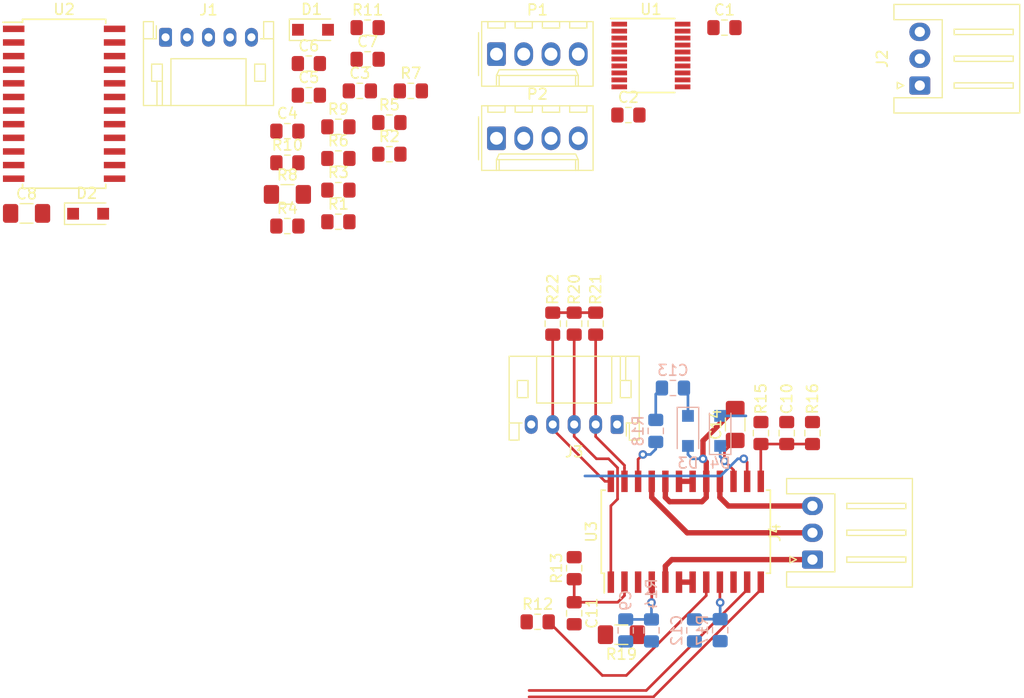
<source format=kicad_pcb>
(kicad_pcb (version 20190331) (host pcbnew "(5.1.0-397-g38f54b437)")

  (general
    (thickness 1.6)
    (drawings 0)
    (tracks 96)
    (modules 49)
    (nets 41)
  )

  (page "A4")
  (layers
    (0 "F.Cu" signal)
    (31 "B.Cu" signal)
    (32 "B.Adhes" user)
    (33 "F.Adhes" user)
    (34 "B.Paste" user)
    (35 "F.Paste" user)
    (36 "B.SilkS" user)
    (37 "F.SilkS" user)
    (38 "B.Mask" user)
    (39 "F.Mask" user)
    (40 "Dwgs.User" user)
    (41 "Cmts.User" user)
    (42 "Eco1.User" user)
    (43 "Eco2.User" user)
    (44 "Edge.Cuts" user)
    (45 "Margin" user)
    (46 "B.CrtYd" user)
    (47 "F.CrtYd" user)
    (48 "B.Fab" user hide)
    (49 "F.Fab" user hide)
  )

  (setup
    (last_trace_width 0.5)
    (user_trace_width 0.5)
    (trace_clearance 0.2)
    (zone_clearance 0.508)
    (zone_45_only no)
    (trace_min 0.2)
    (via_size 0.8)
    (via_drill 0.4)
    (via_min_size 0.4)
    (via_min_drill 0.3)
    (uvia_size 0.3)
    (uvia_drill 0.1)
    (uvias_allowed no)
    (uvia_min_size 0.2)
    (uvia_min_drill 0.1)
    (edge_width 0.05)
    (segment_width 0.2)
    (pcb_text_width 0.3)
    (pcb_text_size 1.5 1.5)
    (mod_edge_width 0.12)
    (mod_text_size 1 1)
    (mod_text_width 0.15)
    (pad_size 1.524 1.524)
    (pad_drill 0.762)
    (pad_to_mask_clearance 0.051)
    (solder_mask_min_width 0.25)
    (aux_axis_origin 0 0)
    (visible_elements FFFFEF7F)
    (pcbplotparams
      (layerselection 0x010fc_ffffffff)
      (usegerberextensions false)
      (usegerberattributes false)
      (usegerberadvancedattributes false)
      (creategerberjobfile false)
      (excludeedgelayer true)
      (linewidth 0.100000)
      (plotframeref false)
      (viasonmask false)
      (mode 1)
      (useauxorigin false)
      (hpglpennumber 1)
      (hpglpenspeed 20)
      (hpglpendiameter 15.000000)
      (psnegative false)
      (psa4output false)
      (plotreference true)
      (plotvalue true)
      (plotinvisibletext false)
      (padsonsilk false)
      (subtractmaskfromsilk false)
      (outputformat 1)
      (mirror false)
      (drillshape 1)
      (scaleselection 1)
      (outputdirectory ""))
  )

  (net 0 "")
  (net 1 "GND")
  (net 2 "+3V3")
  (net 3 "+5V")
  (net 4 "Net-(C3-Pad1)")
  (net 5 "Net-(C4-Pad1)")
  (net 6 "/Diagnostic_2")
  (net 7 "Net-(C6-Pad1)")
  (net 8 "Net-(C7-Pad2)")
  (net 9 "Net-(C7-Pad1)")
  (net 10 "VCC")
  (net 11 "Net-(C8-Pad1)")
  (net 12 "Net-(C9-Pad1)")
  (net 13 "Net-(C10-Pad1)")
  (net 14 "/Diagnostic_1")
  (net 15 "Net-(C12-Pad1)")
  (net 16 "Net-(C13-Pad2)")
  (net 17 "Net-(C13-Pad1)")
  (net 18 "Net-(C14-Pad1)")
  (net 19 "/MotorA/Hall_Sensor3")
  (net 20 "/MotorA/Hall_Sensor1")
  (net 21 "/MotorA/Hall_Sensor2")
  (net 22 "/MotorA/Motor_Winding3")
  (net 23 "/MotorA/Motor_Winding2")
  (net 24 "/MotorA/Motor_Winding1")
  (net 25 "/MotorB/Hall_Sensor3")
  (net 26 "/MotorB/Hall_Sensor1")
  (net 27 "/MotorB/Hall_Sensor2")
  (net 28 "/MotorB/Motor_Winding3")
  (net 29 "/MotorB/Motor_Winding2")
  (net 30 "/MotorB/Motor_Winding1")
  (net 31 "/Encoders/Ch_B1(+5V)")
  (net 32 "/Encoders/Ch_A1(+5V)")
  (net 33 "/Encoders/Ch_B2(+5V)")
  (net 34 "/Encoders/Ch_A2(+5V)")
  (net 35 "/Tachometer_2")
  (net 36 "Net-(R7-Pad2)")
  (net 37 "Net-(R8-Pad2)")
  (net 38 "/Tachometer_1")
  (net 39 "Net-(R18-Pad2)")
  (net 40 "Net-(R19-Pad2)")

  (net_class "Default" "This is the default net class."
    (clearance 0.2)
    (trace_width 0.25)
    (via_dia 0.8)
    (via_drill 0.4)
    (uvia_dia 0.3)
    (uvia_drill 0.1)
    (add_net "+3V3")
    (add_net "+5V")
    (add_net "/Brake_2")
    (add_net "/Ch_A1")
    (add_net "/Ch_A2")
    (add_net "/Ch_B1")
    (add_net "/Ch_B2")
    (add_net "/Diagnostic_1")
    (add_net "/Diagnostic_2")
    (add_net "/Direction_2")
    (add_net "/Enable_1")
    (add_net "/Enable_2")
    (add_net "/Encoders/Ch_A1(+5V)")
    (add_net "/Encoders/Ch_A2(+5V)")
    (add_net "/Encoders/Ch_B1(+5V)")
    (add_net "/Encoders/Ch_B2(+5V)")
    (add_net "/MotorA/Hall_Sensor1")
    (add_net "/MotorA/Hall_Sensor2")
    (add_net "/MotorA/Hall_Sensor3")
    (add_net "/MotorA/Hall_VCC")
    (add_net "/MotorA/Motor_Winding1")
    (add_net "/MotorA/Motor_Winding2")
    (add_net "/MotorA/Motor_Winding3")
    (add_net "/MotorB/Hall_Sensor1")
    (add_net "/MotorB/Hall_Sensor2")
    (add_net "/MotorB/Hall_Sensor3")
    (add_net "/MotorB/Hall_VCC")
    (add_net "/MotorB/Motor_Winding1")
    (add_net "/MotorB/Motor_Winding2")
    (add_net "/MotorB/Motor_Winding3")
    (add_net "/Tachometer_1")
    (add_net "/Tachometer_2")
    (add_net "GND")
    (add_net "Net-(C10-Pad1)")
    (add_net "Net-(C12-Pad1)")
    (add_net "Net-(C13-Pad1)")
    (add_net "Net-(C13-Pad2)")
    (add_net "Net-(C14-Pad1)")
    (add_net "Net-(C3-Pad1)")
    (add_net "Net-(C4-Pad1)")
    (add_net "Net-(C6-Pad1)")
    (add_net "Net-(C7-Pad1)")
    (add_net "Net-(C7-Pad2)")
    (add_net "Net-(C8-Pad1)")
    (add_net "Net-(C9-Pad1)")
    (add_net "Net-(R18-Pad2)")
    (add_net "Net-(R19-Pad2)")
    (add_net "Net-(R7-Pad2)")
    (add_net "Net-(R8-Pad2)")
    (add_net "Net-(U1-Pad1)")
    (add_net "Net-(U1-Pad16)")
    (add_net "Net-(U1-Pad17)")
    (add_net "Net-(U1-Pad18)")
    (add_net "Net-(U1-Pad20)")
    (add_net "Net-(U1-Pad3)")
    (add_net "Net-(U1-Pad4)")
    (add_net "Net-(U1-Pad5)")
    (add_net "VCC")
  )

  (module "Resistor_SMD:R_1206_3216Metric_Pad1.42x1.75mm_HandSolder" (layer "F.Cu") (tedit 5B301BBD) (tstamp 5CD0A33E)
    (at 109.4 92.4 180)
    (descr "Resistor SMD 1206 (3216 Metric), square (rectangular) end terminal, IPC_7351 nominal with elongated pad for handsoldering. (Body size source: http://www.tortai-tech.com/upload/download/2011102023233369053.pdf), generated with kicad-footprint-generator")
    (tags "resistor handsolder")
    (path "/5CD8A05D/5CD687DC")
    (attr smd)
    (fp_text reference "R19" (at 0 -1.82) (layer "F.SilkS")
      (effects (font (size 1 1) (thickness 0.15)))
    )
    (fp_text value "0.3" (at 0 1.82) (layer "F.Fab")
      (effects (font (size 1 1) (thickness 0.15)))
    )
    (fp_text user "%R" (at 0 0) (layer "F.Fab")
      (effects (font (size 0.8 0.8) (thickness 0.12)))
    )
    (fp_line (start 2.45 1.12) (end -2.45 1.12) (layer "F.CrtYd") (width 0.05))
    (fp_line (start 2.45 -1.12) (end 2.45 1.12) (layer "F.CrtYd") (width 0.05))
    (fp_line (start -2.45 -1.12) (end 2.45 -1.12) (layer "F.CrtYd") (width 0.05))
    (fp_line (start -2.45 1.12) (end -2.45 -1.12) (layer "F.CrtYd") (width 0.05))
    (fp_line (start -0.602064 0.91) (end 0.602064 0.91) (layer "F.SilkS") (width 0.12))
    (fp_line (start -0.602064 -0.91) (end 0.602064 -0.91) (layer "F.SilkS") (width 0.12))
    (fp_line (start 1.6 0.8) (end -1.6 0.8) (layer "F.Fab") (width 0.1))
    (fp_line (start 1.6 -0.8) (end 1.6 0.8) (layer "F.Fab") (width 0.1))
    (fp_line (start -1.6 -0.8) (end 1.6 -0.8) (layer "F.Fab") (width 0.1))
    (fp_line (start -1.6 0.8) (end -1.6 -0.8) (layer "F.Fab") (width 0.1))
    (pad "2" smd roundrect (at 1.4875 0 180) (size 1.425 1.75) (layers "F.Cu" "F.Paste" "F.Mask") (roundrect_rratio 0.175439)
      (net 40 "Net-(R19-Pad2)"))
    (pad "1" smd roundrect (at -1.4875 0 180) (size 1.425 1.75) (layers "F.Cu" "F.Paste" "F.Mask") (roundrect_rratio 0.175439)
      (net 1 "GND"))
    (model "${KISYS3DMOD}/Resistor_SMD.3dshapes/R_1206_3216Metric.wrl"
      (at (xyz 0 0 0))
      (scale (xyz 1 1 1))
      (rotate (xyz 0 0 0))
    )
  )

  (module "Resistor_SMD:R_1206_3216Metric_Pad1.42x1.75mm_HandSolder" (layer "F.Cu") (tedit 5B301BBD) (tstamp 5CD075A9)
    (at 78.28 51.35)
    (descr "Resistor SMD 1206 (3216 Metric), square (rectangular) end terminal, IPC_7351 nominal with elongated pad for handsoldering. (Body size source: http://www.tortai-tech.com/upload/download/2011102023233369053.pdf), generated with kicad-footprint-generator")
    (tags "resistor handsolder")
    (path "/5CD3A78B/5CD687DC")
    (attr smd)
    (fp_text reference "R8" (at 0 -1.82) (layer "F.SilkS")
      (effects (font (size 1 1) (thickness 0.15)))
    )
    (fp_text value "0.3" (at 0 1.82) (layer "F.Fab")
      (effects (font (size 1 1) (thickness 0.15)))
    )
    (fp_text user "%R" (at 0 0) (layer "F.Fab")
      (effects (font (size 0.8 0.8) (thickness 0.12)))
    )
    (fp_line (start 2.45 1.12) (end -2.45 1.12) (layer "F.CrtYd") (width 0.05))
    (fp_line (start 2.45 -1.12) (end 2.45 1.12) (layer "F.CrtYd") (width 0.05))
    (fp_line (start -2.45 -1.12) (end 2.45 -1.12) (layer "F.CrtYd") (width 0.05))
    (fp_line (start -2.45 1.12) (end -2.45 -1.12) (layer "F.CrtYd") (width 0.05))
    (fp_line (start -0.602064 0.91) (end 0.602064 0.91) (layer "F.SilkS") (width 0.12))
    (fp_line (start -0.602064 -0.91) (end 0.602064 -0.91) (layer "F.SilkS") (width 0.12))
    (fp_line (start 1.6 0.8) (end -1.6 0.8) (layer "F.Fab") (width 0.1))
    (fp_line (start 1.6 -0.8) (end 1.6 0.8) (layer "F.Fab") (width 0.1))
    (fp_line (start -1.6 -0.8) (end 1.6 -0.8) (layer "F.Fab") (width 0.1))
    (fp_line (start -1.6 0.8) (end -1.6 -0.8) (layer "F.Fab") (width 0.1))
    (pad "2" smd roundrect (at 1.4875 0) (size 1.425 1.75) (layers "F.Cu" "F.Paste" "F.Mask") (roundrect_rratio 0.175439)
      (net 37 "Net-(R8-Pad2)"))
    (pad "1" smd roundrect (at -1.4875 0) (size 1.425 1.75) (layers "F.Cu" "F.Paste" "F.Mask") (roundrect_rratio 0.175439)
      (net 1 "GND"))
    (model "${KISYS3DMOD}/Resistor_SMD.3dshapes/R_1206_3216Metric.wrl"
      (at (xyz 0 0 0))
      (scale (xyz 1 1 1))
      (rotate (xyz 0 0 0))
    )
  )

  (module "Package_SO:SOIC-24W_7.5x15.4mm_P1.27mm" (layer "F.Cu") (tedit 5A02F2D3) (tstamp 5CD07715)
    (at 115.4 82.8 90)
    (descr "24-Lead Plastic Small Outline (SO) - Wide, 7.50 mm Body [SOIC] (see Microchip Packaging Specification 00000049BS.pdf)")
    (tags "SOIC 1.27")
    (path "/5CD8A05D/5CD5D8EA")
    (attr smd)
    (fp_text reference "U3" (at 0 -8.8 90) (layer "F.SilkS")
      (effects (font (size 1 1) (thickness 0.15)))
    )
    (fp_text value "L6235PD" (at 0 8.8 90) (layer "F.Fab")
      (effects (font (size 1 1) (thickness 0.15)))
    )
    (fp_line (start -3.875 -7.6) (end -5.7 -7.6) (layer "F.SilkS") (width 0.15))
    (fp_line (start -3.875 7.875) (end 3.875 7.875) (layer "F.SilkS") (width 0.15))
    (fp_line (start -3.875 -7.875) (end 3.875 -7.875) (layer "F.SilkS") (width 0.15))
    (fp_line (start -3.875 7.875) (end -3.875 7.51) (layer "F.SilkS") (width 0.15))
    (fp_line (start 3.875 7.875) (end 3.875 7.51) (layer "F.SilkS") (width 0.15))
    (fp_line (start 3.875 -7.875) (end 3.875 -7.51) (layer "F.SilkS") (width 0.15))
    (fp_line (start -3.875 -7.875) (end -3.875 -7.6) (layer "F.SilkS") (width 0.15))
    (fp_line (start -5.95 8.05) (end 5.95 8.05) (layer "F.CrtYd") (width 0.05))
    (fp_line (start -5.95 -8.05) (end 5.95 -8.05) (layer "F.CrtYd") (width 0.05))
    (fp_line (start 5.95 -8.05) (end 5.95 8.05) (layer "F.CrtYd") (width 0.05))
    (fp_line (start -5.95 -8.05) (end -5.95 8.05) (layer "F.CrtYd") (width 0.05))
    (fp_line (start -3.75 -6.7) (end -2.75 -7.7) (layer "F.Fab") (width 0.15))
    (fp_line (start -3.75 7.7) (end -3.75 -6.7) (layer "F.Fab") (width 0.15))
    (fp_line (start 3.75 7.7) (end -3.75 7.7) (layer "F.Fab") (width 0.15))
    (fp_line (start 3.75 -7.7) (end 3.75 7.7) (layer "F.Fab") (width 0.15))
    (fp_line (start -2.75 -7.7) (end 3.75 -7.7) (layer "F.Fab") (width 0.15))
    (fp_text user "%R" (at 0 0 90) (layer "F.Fab")
      (effects (font (size 1 1) (thickness 0.15)))
    )
    (pad "24" smd rect (at 4.7 -6.985 90) (size 2 0.6) (layers "F.Cu" "F.Paste" "F.Mask")
      (net 25 "/MotorB/Hall_Sensor3"))
    (pad "23" smd rect (at 4.7 -5.715 90) (size 2 0.6) (layers "F.Cu" "F.Paste" "F.Mask")
      (net 27 "/MotorB/Hall_Sensor2"))
    (pad "22" smd rect (at 4.7 -4.445 90) (size 2 0.6) (layers "F.Cu" "F.Paste" "F.Mask")
      (net 39 "Net-(R18-Pad2)"))
    (pad "21" smd rect (at 4.7 -3.175 90) (size 2 0.6) (layers "F.Cu" "F.Paste" "F.Mask")
      (net 29 "/MotorB/Motor_Winding2"))
    (pad "20" smd rect (at 4.7 -1.905 90) (size 2 0.6) (layers "F.Cu" "F.Paste" "F.Mask")
      (net 10 "VCC"))
    (pad "19" smd rect (at 4.7 -0.635 90) (size 2 0.6) (layers "F.Cu" "F.Paste" "F.Mask")
      (net 1 "GND"))
    (pad "18" smd rect (at 4.7 0.635 90) (size 2 0.6) (layers "F.Cu" "F.Paste" "F.Mask")
      (net 1 "GND"))
    (pad "17" smd rect (at 4.7 1.905 90) (size 2 0.6) (layers "F.Cu" "F.Paste" "F.Mask")
      (net 10 "VCC"))
    (pad "16" smd rect (at 4.7 3.175 90) (size 2 0.6) (layers "F.Cu" "F.Paste" "F.Mask")
      (net 28 "/MotorB/Motor_Winding3"))
    (pad "15" smd rect (at 4.7 4.445 90) (size 2 0.6) (layers "F.Cu" "F.Paste" "F.Mask")
      (net 18 "Net-(C14-Pad1)"))
    (pad "14" smd rect (at 4.7 5.715 90) (size 2 0.6) (layers "F.Cu" "F.Paste" "F.Mask"))
    (pad "13" smd rect (at 4.7 6.985 90) (size 2 0.6) (layers "F.Cu" "F.Paste" "F.Mask")
      (net 13 "Net-(C10-Pad1)"))
    (pad "12" smd rect (at -4.7 6.985 90) (size 2 0.6) (layers "F.Cu" "F.Paste" "F.Mask")
      (net 14 "/Diagnostic_1"))
    (pad "11" smd rect (at -4.7 5.715 90) (size 2 0.6) (layers "F.Cu" "F.Paste" "F.Mask"))
    (pad "10" smd rect (at -4.7 4.445 90) (size 2 0.6) (layers "F.Cu" "F.Paste" "F.Mask")
      (net 40 "Net-(R19-Pad2)"))
    (pad "9" smd rect (at -4.7 3.175 90) (size 2 0.6) (layers "F.Cu" "F.Paste" "F.Mask")
      (net 15 "Net-(C12-Pad1)"))
    (pad "8" smd rect (at -4.7 1.905 90) (size 2 0.6) (layers "F.Cu" "F.Paste" "F.Mask")
      (net 38 "/Tachometer_1"))
    (pad "7" smd rect (at -4.7 0.635 90) (size 2 0.6) (layers "F.Cu" "F.Paste" "F.Mask")
      (net 1 "GND"))
    (pad "6" smd rect (at -4.7 -0.635 90) (size 2 0.6) (layers "F.Cu" "F.Paste" "F.Mask")
      (net 1 "GND"))
    (pad "5" smd rect (at -4.7 -1.905 90) (size 2 0.6) (layers "F.Cu" "F.Paste" "F.Mask")
      (net 30 "/MotorB/Motor_Winding1"))
    (pad "4" smd rect (at -4.7 -3.175 90) (size 2 0.6) (layers "F.Cu" "F.Paste" "F.Mask")
      (net 12 "Net-(C9-Pad1)"))
    (pad "3" smd rect (at -4.7 -4.445 90) (size 2 0.6) (layers "F.Cu" "F.Paste" "F.Mask")
      (net 40 "Net-(R19-Pad2)"))
    (pad "2" smd rect (at -4.7 -5.715 90) (size 2 0.6) (layers "F.Cu" "F.Paste" "F.Mask")
      (net 14 "/Diagnostic_1"))
    (pad "1" smd rect (at -4.7 -6.985 90) (size 2 0.6) (layers "F.Cu" "F.Paste" "F.Mask")
      (net 26 "/MotorB/Hall_Sensor1"))
    (model "${KISYS3DMOD}/Package_SO.3dshapes/SOIC-24W_7.5x15.4mm_P1.27mm.wrl"
      (at (xyz 0 0 0))
      (scale (xyz 1 1 1))
      (rotate (xyz 0 0 0))
    )
  )

  (module "Package_SO:SOIC-24W_7.5x15.4mm_P1.27mm" (layer "F.Cu") (tedit 5A02F2D3) (tstamp 5CD076E8)
    (at 57.48 42.9)
    (descr "24-Lead Plastic Small Outline (SO) - Wide, 7.50 mm Body [SOIC] (see Microchip Packaging Specification 00000049BS.pdf)")
    (tags "SOIC 1.27")
    (path "/5CD3A78B/5CD5D8EA")
    (attr smd)
    (fp_text reference "U2" (at 0 -8.8) (layer "F.SilkS")
      (effects (font (size 1 1) (thickness 0.15)))
    )
    (fp_text value "L6235PD" (at 0 8.8) (layer "F.Fab")
      (effects (font (size 1 1) (thickness 0.15)))
    )
    (fp_line (start -3.875 -7.6) (end -5.7 -7.6) (layer "F.SilkS") (width 0.15))
    (fp_line (start -3.875 7.875) (end 3.875 7.875) (layer "F.SilkS") (width 0.15))
    (fp_line (start -3.875 -7.875) (end 3.875 -7.875) (layer "F.SilkS") (width 0.15))
    (fp_line (start -3.875 7.875) (end -3.875 7.51) (layer "F.SilkS") (width 0.15))
    (fp_line (start 3.875 7.875) (end 3.875 7.51) (layer "F.SilkS") (width 0.15))
    (fp_line (start 3.875 -7.875) (end 3.875 -7.51) (layer "F.SilkS") (width 0.15))
    (fp_line (start -3.875 -7.875) (end -3.875 -7.6) (layer "F.SilkS") (width 0.15))
    (fp_line (start -5.95 8.05) (end 5.95 8.05) (layer "F.CrtYd") (width 0.05))
    (fp_line (start -5.95 -8.05) (end 5.95 -8.05) (layer "F.CrtYd") (width 0.05))
    (fp_line (start 5.95 -8.05) (end 5.95 8.05) (layer "F.CrtYd") (width 0.05))
    (fp_line (start -5.95 -8.05) (end -5.95 8.05) (layer "F.CrtYd") (width 0.05))
    (fp_line (start -3.75 -6.7) (end -2.75 -7.7) (layer "F.Fab") (width 0.15))
    (fp_line (start -3.75 7.7) (end -3.75 -6.7) (layer "F.Fab") (width 0.15))
    (fp_line (start 3.75 7.7) (end -3.75 7.7) (layer "F.Fab") (width 0.15))
    (fp_line (start 3.75 -7.7) (end 3.75 7.7) (layer "F.Fab") (width 0.15))
    (fp_line (start -2.75 -7.7) (end 3.75 -7.7) (layer "F.Fab") (width 0.15))
    (fp_text user "%R" (at 0 0) (layer "F.Fab")
      (effects (font (size 1 1) (thickness 0.15)))
    )
    (pad "24" smd rect (at 4.7 -6.985) (size 2 0.6) (layers "F.Cu" "F.Paste" "F.Mask")
      (net 19 "/MotorA/Hall_Sensor3"))
    (pad "23" smd rect (at 4.7 -5.715) (size 2 0.6) (layers "F.Cu" "F.Paste" "F.Mask")
      (net 21 "/MotorA/Hall_Sensor2"))
    (pad "22" smd rect (at 4.7 -4.445) (size 2 0.6) (layers "F.Cu" "F.Paste" "F.Mask")
      (net 36 "Net-(R7-Pad2)"))
    (pad "21" smd rect (at 4.7 -3.175) (size 2 0.6) (layers "F.Cu" "F.Paste" "F.Mask")
      (net 23 "/MotorA/Motor_Winding2"))
    (pad "20" smd rect (at 4.7 -1.905) (size 2 0.6) (layers "F.Cu" "F.Paste" "F.Mask")
      (net 10 "VCC"))
    (pad "19" smd rect (at 4.7 -0.635) (size 2 0.6) (layers "F.Cu" "F.Paste" "F.Mask")
      (net 1 "GND"))
    (pad "18" smd rect (at 4.7 0.635) (size 2 0.6) (layers "F.Cu" "F.Paste" "F.Mask")
      (net 1 "GND"))
    (pad "17" smd rect (at 4.7 1.905) (size 2 0.6) (layers "F.Cu" "F.Paste" "F.Mask")
      (net 10 "VCC"))
    (pad "16" smd rect (at 4.7 3.175) (size 2 0.6) (layers "F.Cu" "F.Paste" "F.Mask")
      (net 22 "/MotorA/Motor_Winding3"))
    (pad "15" smd rect (at 4.7 4.445) (size 2 0.6) (layers "F.Cu" "F.Paste" "F.Mask")
      (net 11 "Net-(C8-Pad1)"))
    (pad "14" smd rect (at 4.7 5.715) (size 2 0.6) (layers "F.Cu" "F.Paste" "F.Mask"))
    (pad "13" smd rect (at 4.7 6.985) (size 2 0.6) (layers "F.Cu" "F.Paste" "F.Mask")
      (net 5 "Net-(C4-Pad1)"))
    (pad "12" smd rect (at -4.7 6.985) (size 2 0.6) (layers "F.Cu" "F.Paste" "F.Mask")
      (net 6 "/Diagnostic_2"))
    (pad "11" smd rect (at -4.7 5.715) (size 2 0.6) (layers "F.Cu" "F.Paste" "F.Mask"))
    (pad "10" smd rect (at -4.7 4.445) (size 2 0.6) (layers "F.Cu" "F.Paste" "F.Mask")
      (net 37 "Net-(R8-Pad2)"))
    (pad "9" smd rect (at -4.7 3.175) (size 2 0.6) (layers "F.Cu" "F.Paste" "F.Mask")
      (net 7 "Net-(C6-Pad1)"))
    (pad "8" smd rect (at -4.7 1.905) (size 2 0.6) (layers "F.Cu" "F.Paste" "F.Mask")
      (net 35 "/Tachometer_2"))
    (pad "7" smd rect (at -4.7 0.635) (size 2 0.6) (layers "F.Cu" "F.Paste" "F.Mask")
      (net 1 "GND"))
    (pad "6" smd rect (at -4.7 -0.635) (size 2 0.6) (layers "F.Cu" "F.Paste" "F.Mask")
      (net 1 "GND"))
    (pad "5" smd rect (at -4.7 -1.905) (size 2 0.6) (layers "F.Cu" "F.Paste" "F.Mask")
      (net 24 "/MotorA/Motor_Winding1"))
    (pad "4" smd rect (at -4.7 -3.175) (size 2 0.6) (layers "F.Cu" "F.Paste" "F.Mask")
      (net 4 "Net-(C3-Pad1)"))
    (pad "3" smd rect (at -4.7 -4.445) (size 2 0.6) (layers "F.Cu" "F.Paste" "F.Mask")
      (net 37 "Net-(R8-Pad2)"))
    (pad "2" smd rect (at -4.7 -5.715) (size 2 0.6) (layers "F.Cu" "F.Paste" "F.Mask")
      (net 6 "/Diagnostic_2"))
    (pad "1" smd rect (at -4.7 -6.985) (size 2 0.6) (layers "F.Cu" "F.Paste" "F.Mask")
      (net 20 "/MotorA/Hall_Sensor1"))
    (model "${KISYS3DMOD}/Package_SO.3dshapes/SOIC-24W_7.5x15.4mm_P1.27mm.wrl"
      (at (xyz 0 0 0))
      (scale (xyz 1 1 1))
      (rotate (xyz 0 0 0))
    )
  )

  (module "Package_SO:TSSOP-20_4.4x6.5mm_P0.65mm" (layer "F.Cu") (tedit 5A02F25C) (tstamp 5CD076BB)
    (at 112.15 38.4)
    (descr "20-Lead Plastic Thin Shrink Small Outline (ST)-4.4 mm Body [TSSOP] (see Microchip Packaging Specification 00000049BS.pdf)")
    (tags "SSOP 0.65")
    (path "/5CD0AFDA/5CD09B9C")
    (attr smd)
    (fp_text reference "U1" (at 0 -4.3) (layer "F.SilkS")
      (effects (font (size 1 1) (thickness 0.15)))
    )
    (fp_text value "TXS0108EPW" (at 0 4.3) (layer "F.Fab")
      (effects (font (size 1 1) (thickness 0.15)))
    )
    (fp_text user "%R" (at 0 0) (layer "F.Fab")
      (effects (font (size 0.8 0.8) (thickness 0.15)))
    )
    (fp_line (start -3.75 -3.45) (end 2.225 -3.45) (layer "F.SilkS") (width 0.15))
    (fp_line (start -2.225 3.45) (end 2.225 3.45) (layer "F.SilkS") (width 0.15))
    (fp_line (start -3.95 3.55) (end 3.95 3.55) (layer "F.CrtYd") (width 0.05))
    (fp_line (start -3.95 -3.55) (end 3.95 -3.55) (layer "F.CrtYd") (width 0.05))
    (fp_line (start 3.95 -3.55) (end 3.95 3.55) (layer "F.CrtYd") (width 0.05))
    (fp_line (start -3.95 -3.55) (end -3.95 3.55) (layer "F.CrtYd") (width 0.05))
    (fp_line (start -2.2 -2.25) (end -1.2 -3.25) (layer "F.Fab") (width 0.15))
    (fp_line (start -2.2 3.25) (end -2.2 -2.25) (layer "F.Fab") (width 0.15))
    (fp_line (start 2.2 3.25) (end -2.2 3.25) (layer "F.Fab") (width 0.15))
    (fp_line (start 2.2 -3.25) (end 2.2 3.25) (layer "F.Fab") (width 0.15))
    (fp_line (start -1.2 -3.25) (end 2.2 -3.25) (layer "F.Fab") (width 0.15))
    (pad "20" smd rect (at 2.95 -2.925) (size 1.45 0.45) (layers "F.Cu" "F.Paste" "F.Mask"))
    (pad "19" smd rect (at 2.95 -2.275) (size 1.45 0.45) (layers "F.Cu" "F.Paste" "F.Mask")
      (net 3 "+5V"))
    (pad "18" smd rect (at 2.95 -1.625) (size 1.45 0.45) (layers "F.Cu" "F.Paste" "F.Mask"))
    (pad "17" smd rect (at 2.95 -0.975) (size 1.45 0.45) (layers "F.Cu" "F.Paste" "F.Mask"))
    (pad "16" smd rect (at 2.95 -0.325) (size 1.45 0.45) (layers "F.Cu" "F.Paste" "F.Mask"))
    (pad "15" smd rect (at 2.95 0.325) (size 1.45 0.45) (layers "F.Cu" "F.Paste" "F.Mask")
      (net 32 "/Encoders/Ch_A1(+5V)"))
    (pad "14" smd rect (at 2.95 0.975) (size 1.45 0.45) (layers "F.Cu" "F.Paste" "F.Mask")
      (net 31 "/Encoders/Ch_B1(+5V)"))
    (pad "13" smd rect (at 2.95 1.625) (size 1.45 0.45) (layers "F.Cu" "F.Paste" "F.Mask")
      (net 34 "/Encoders/Ch_A2(+5V)"))
    (pad "12" smd rect (at 2.95 2.275) (size 1.45 0.45) (layers "F.Cu" "F.Paste" "F.Mask")
      (net 33 "/Encoders/Ch_B2(+5V)"))
    (pad "11" smd rect (at 2.95 2.925) (size 1.45 0.45) (layers "F.Cu" "F.Paste" "F.Mask")
      (net 1 "GND"))
    (pad "10" smd rect (at -2.95 2.925) (size 1.45 0.45) (layers "F.Cu" "F.Paste" "F.Mask")
      (net 2 "+3V3"))
    (pad "9" smd rect (at -2.95 2.275) (size 1.45 0.45) (layers "F.Cu" "F.Paste" "F.Mask"))
    (pad "8" smd rect (at -2.95 1.625) (size 1.45 0.45) (layers "F.Cu" "F.Paste" "F.Mask"))
    (pad "7" smd rect (at -2.95 0.975) (size 1.45 0.45) (layers "F.Cu" "F.Paste" "F.Mask"))
    (pad "6" smd rect (at -2.95 0.325) (size 1.45 0.45) (layers "F.Cu" "F.Paste" "F.Mask"))
    (pad "5" smd rect (at -2.95 -0.325) (size 1.45 0.45) (layers "F.Cu" "F.Paste" "F.Mask"))
    (pad "4" smd rect (at -2.95 -0.975) (size 1.45 0.45) (layers "F.Cu" "F.Paste" "F.Mask"))
    (pad "3" smd rect (at -2.95 -1.625) (size 1.45 0.45) (layers "F.Cu" "F.Paste" "F.Mask"))
    (pad "2" smd rect (at -2.95 -2.275) (size 1.45 0.45) (layers "F.Cu" "F.Paste" "F.Mask")
      (net 2 "+3V3"))
    (pad "1" smd rect (at -2.95 -2.925) (size 1.45 0.45) (layers "F.Cu" "F.Paste" "F.Mask"))
    (model "${KISYS3DMOD}/Package_SO.3dshapes/TSSOP-20_4.4x6.5mm_P0.65mm.wrl"
      (at (xyz 0 0 0))
      (scale (xyz 1 1 1))
      (rotate (xyz 0 0 0))
    )
  )

  (module "Resistor_SMD:R_0805_2012Metric_Pad1.15x1.40mm_HandSolder" (layer "F.Cu") (tedit 5B36C52B) (tstamp 5CD07697)
    (at 103 63.4 270)
    (descr "Resistor SMD 0805 (2012 Metric), square (rectangular) end terminal, IPC_7351 nominal with elongated pad for handsoldering. (Body size source: https://docs.google.com/spreadsheets/d/1BsfQQcO9C6DZCsRaXUlFlo91Tg2WpOkGARC1WS5S8t0/edit?usp=sharing), generated with kicad-footprint-generator")
    (tags "resistor handsolder")
    (path "/5CD8A05D/5CD77F14")
    (attr smd)
    (fp_text reference "R22" (at -3.2 0 90) (layer "F.SilkS")
      (effects (font (size 1 1) (thickness 0.15)))
    )
    (fp_text value "0" (at 0 1.65 90) (layer "F.Fab")
      (effects (font (size 1 1) (thickness 0.15)))
    )
    (fp_text user "%R" (at 0 0 90) (layer "F.Fab")
      (effects (font (size 0.5 0.5) (thickness 0.08)))
    )
    (fp_line (start 1.85 0.95) (end -1.85 0.95) (layer "F.CrtYd") (width 0.05))
    (fp_line (start 1.85 -0.95) (end 1.85 0.95) (layer "F.CrtYd") (width 0.05))
    (fp_line (start -1.85 -0.95) (end 1.85 -0.95) (layer "F.CrtYd") (width 0.05))
    (fp_line (start -1.85 0.95) (end -1.85 -0.95) (layer "F.CrtYd") (width 0.05))
    (fp_line (start -0.261252 0.71) (end 0.261252 0.71) (layer "F.SilkS") (width 0.12))
    (fp_line (start -0.261252 -0.71) (end 0.261252 -0.71) (layer "F.SilkS") (width 0.12))
    (fp_line (start 1 0.6) (end -1 0.6) (layer "F.Fab") (width 0.1))
    (fp_line (start 1 -0.6) (end 1 0.6) (layer "F.Fab") (width 0.1))
    (fp_line (start -1 -0.6) (end 1 -0.6) (layer "F.Fab") (width 0.1))
    (fp_line (start -1 0.6) (end -1 -0.6) (layer "F.Fab") (width 0.1))
    (pad "2" smd roundrect (at 1.025 0 270) (size 1.15 1.4) (layers "F.Cu" "F.Paste" "F.Mask") (roundrect_rratio 0.217391)
      (net 25 "/MotorB/Hall_Sensor3"))
    (pad "1" smd roundrect (at -1.025 0 270) (size 1.15 1.4) (layers "F.Cu" "F.Paste" "F.Mask") (roundrect_rratio 0.217391)
      (net 3 "+5V"))
    (model "${KISYS3DMOD}/Resistor_SMD.3dshapes/R_0805_2012Metric.wrl"
      (at (xyz 0 0 0))
      (scale (xyz 1 1 1))
      (rotate (xyz 0 0 0))
    )
  )

  (module "Resistor_SMD:R_0805_2012Metric_Pad1.15x1.40mm_HandSolder" (layer "F.Cu") (tedit 5B36C52B) (tstamp 5CD07686)
    (at 107 63.4 270)
    (descr "Resistor SMD 0805 (2012 Metric), square (rectangular) end terminal, IPC_7351 nominal with elongated pad for handsoldering. (Body size source: https://docs.google.com/spreadsheets/d/1BsfQQcO9C6DZCsRaXUlFlo91Tg2WpOkGARC1WS5S8t0/edit?usp=sharing), generated with kicad-footprint-generator")
    (tags "resistor handsolder")
    (path "/5CD8A05D/5CD779A5")
    (attr smd)
    (fp_text reference "R21" (at -3.2 0 90) (layer "F.SilkS")
      (effects (font (size 1 1) (thickness 0.15)))
    )
    (fp_text value "0" (at 0 1.65 90) (layer "F.Fab")
      (effects (font (size 1 1) (thickness 0.15)))
    )
    (fp_text user "%R" (at 0 0 90) (layer "F.Fab")
      (effects (font (size 0.5 0.5) (thickness 0.08)))
    )
    (fp_line (start 1.85 0.95) (end -1.85 0.95) (layer "F.CrtYd") (width 0.05))
    (fp_line (start 1.85 -0.95) (end 1.85 0.95) (layer "F.CrtYd") (width 0.05))
    (fp_line (start -1.85 -0.95) (end 1.85 -0.95) (layer "F.CrtYd") (width 0.05))
    (fp_line (start -1.85 0.95) (end -1.85 -0.95) (layer "F.CrtYd") (width 0.05))
    (fp_line (start -0.261252 0.71) (end 0.261252 0.71) (layer "F.SilkS") (width 0.12))
    (fp_line (start -0.261252 -0.71) (end 0.261252 -0.71) (layer "F.SilkS") (width 0.12))
    (fp_line (start 1 0.6) (end -1 0.6) (layer "F.Fab") (width 0.1))
    (fp_line (start 1 -0.6) (end 1 0.6) (layer "F.Fab") (width 0.1))
    (fp_line (start -1 -0.6) (end 1 -0.6) (layer "F.Fab") (width 0.1))
    (fp_line (start -1 0.6) (end -1 -0.6) (layer "F.Fab") (width 0.1))
    (pad "2" smd roundrect (at 1.025 0 270) (size 1.15 1.4) (layers "F.Cu" "F.Paste" "F.Mask") (roundrect_rratio 0.217391)
      (net 27 "/MotorB/Hall_Sensor2"))
    (pad "1" smd roundrect (at -1.025 0 270) (size 1.15 1.4) (layers "F.Cu" "F.Paste" "F.Mask") (roundrect_rratio 0.217391)
      (net 3 "+5V"))
    (model "${KISYS3DMOD}/Resistor_SMD.3dshapes/R_0805_2012Metric.wrl"
      (at (xyz 0 0 0))
      (scale (xyz 1 1 1))
      (rotate (xyz 0 0 0))
    )
  )

  (module "Resistor_SMD:R_0805_2012Metric_Pad1.15x1.40mm_HandSolder" (layer "F.Cu") (tedit 5B36C52B) (tstamp 5CD07675)
    (at 105 63.4 270)
    (descr "Resistor SMD 0805 (2012 Metric), square (rectangular) end terminal, IPC_7351 nominal with elongated pad for handsoldering. (Body size source: https://docs.google.com/spreadsheets/d/1BsfQQcO9C6DZCsRaXUlFlo91Tg2WpOkGARC1WS5S8t0/edit?usp=sharing), generated with kicad-footprint-generator")
    (tags "resistor handsolder")
    (path "/5CD8A05D/5CD770C3")
    (attr smd)
    (fp_text reference "R20" (at -3.2 0 90) (layer "F.SilkS")
      (effects (font (size 1 1) (thickness 0.15)))
    )
    (fp_text value "0" (at 0 1.65 90) (layer "F.Fab")
      (effects (font (size 1 1) (thickness 0.15)))
    )
    (fp_text user "%R" (at 0 0 90) (layer "F.Fab")
      (effects (font (size 0.5 0.5) (thickness 0.08)))
    )
    (fp_line (start 1.85 0.95) (end -1.85 0.95) (layer "F.CrtYd") (width 0.05))
    (fp_line (start 1.85 -0.95) (end 1.85 0.95) (layer "F.CrtYd") (width 0.05))
    (fp_line (start -1.85 -0.95) (end 1.85 -0.95) (layer "F.CrtYd") (width 0.05))
    (fp_line (start -1.85 0.95) (end -1.85 -0.95) (layer "F.CrtYd") (width 0.05))
    (fp_line (start -0.261252 0.71) (end 0.261252 0.71) (layer "F.SilkS") (width 0.12))
    (fp_line (start -0.261252 -0.71) (end 0.261252 -0.71) (layer "F.SilkS") (width 0.12))
    (fp_line (start 1 0.6) (end -1 0.6) (layer "F.Fab") (width 0.1))
    (fp_line (start 1 -0.6) (end 1 0.6) (layer "F.Fab") (width 0.1))
    (fp_line (start -1 -0.6) (end 1 -0.6) (layer "F.Fab") (width 0.1))
    (fp_line (start -1 0.6) (end -1 -0.6) (layer "F.Fab") (width 0.1))
    (pad "2" smd roundrect (at 1.025 0 270) (size 1.15 1.4) (layers "F.Cu" "F.Paste" "F.Mask") (roundrect_rratio 0.217391)
      (net 26 "/MotorB/Hall_Sensor1"))
    (pad "1" smd roundrect (at -1.025 0 270) (size 1.15 1.4) (layers "F.Cu" "F.Paste" "F.Mask") (roundrect_rratio 0.217391)
      (net 3 "+5V"))
    (model "${KISYS3DMOD}/Resistor_SMD.3dshapes/R_0805_2012Metric.wrl"
      (at (xyz 0 0 0))
      (scale (xyz 1 1 1))
      (rotate (xyz 0 0 0))
    )
  )

  (module "Resistor_SMD:R_0805_2012Metric_Pad1.15x1.40mm_HandSolder" (layer "B.Cu") (tedit 5B36C52B) (tstamp 5CD088E2)
    (at 112.6 73.4 270)
    (descr "Resistor SMD 0805 (2012 Metric), square (rectangular) end terminal, IPC_7351 nominal with elongated pad for handsoldering. (Body size source: https://docs.google.com/spreadsheets/d/1BsfQQcO9C6DZCsRaXUlFlo91Tg2WpOkGARC1WS5S8t0/edit?usp=sharing), generated with kicad-footprint-generator")
    (tags "resistor handsolder")
    (path "/5CD8A05D/5CD6245D")
    (attr smd)
    (fp_text reference "R18" (at 0 1.65 90) (layer "B.SilkS")
      (effects (font (size 1 1) (thickness 0.15)) (justify mirror))
    )
    (fp_text value "100" (at 0 -1.65 90) (layer "B.Fab")
      (effects (font (size 1 1) (thickness 0.15)) (justify mirror))
    )
    (fp_text user "%R" (at 0 0 90) (layer "B.Fab")
      (effects (font (size 0.5 0.5) (thickness 0.08)) (justify mirror))
    )
    (fp_line (start 1.85 -0.95) (end -1.85 -0.95) (layer "B.CrtYd") (width 0.05))
    (fp_line (start 1.85 0.95) (end 1.85 -0.95) (layer "B.CrtYd") (width 0.05))
    (fp_line (start -1.85 0.95) (end 1.85 0.95) (layer "B.CrtYd") (width 0.05))
    (fp_line (start -1.85 -0.95) (end -1.85 0.95) (layer "B.CrtYd") (width 0.05))
    (fp_line (start -0.261252 -0.71) (end 0.261252 -0.71) (layer "B.SilkS") (width 0.12))
    (fp_line (start -0.261252 0.71) (end 0.261252 0.71) (layer "B.SilkS") (width 0.12))
    (fp_line (start 1 -0.6) (end -1 -0.6) (layer "B.Fab") (width 0.1))
    (fp_line (start 1 0.6) (end 1 -0.6) (layer "B.Fab") (width 0.1))
    (fp_line (start -1 0.6) (end 1 0.6) (layer "B.Fab") (width 0.1))
    (fp_line (start -1 -0.6) (end -1 0.6) (layer "B.Fab") (width 0.1))
    (pad "2" smd roundrect (at 1.025 0 270) (size 1.15 1.4) (layers "B.Cu" "B.Paste" "B.Mask") (roundrect_rratio 0.217391)
      (net 39 "Net-(R18-Pad2)"))
    (pad "1" smd roundrect (at -1.025 0 270) (size 1.15 1.4) (layers "B.Cu" "B.Paste" "B.Mask") (roundrect_rratio 0.217391)
      (net 16 "Net-(C13-Pad2)"))
    (model "${KISYS3DMOD}/Resistor_SMD.3dshapes/R_0805_2012Metric.wrl"
      (at (xyz 0 0 0))
      (scale (xyz 1 1 1))
      (rotate (xyz 0 0 0))
    )
  )

  (module "Resistor_SMD:R_0805_2012Metric_Pad1.15x1.40mm_HandSolder" (layer "B.Cu") (tedit 5B36C52B) (tstamp 5CD07642)
    (at 118.6 91.975 270)
    (descr "Resistor SMD 0805 (2012 Metric), square (rectangular) end terminal, IPC_7351 nominal with elongated pad for handsoldering. (Body size source: https://docs.google.com/spreadsheets/d/1BsfQQcO9C6DZCsRaXUlFlo91Tg2WpOkGARC1WS5S8t0/edit?usp=sharing), generated with kicad-footprint-generator")
    (tags "resistor handsolder")
    (path "/5CD8A05D/5CD7307D")
    (attr smd)
    (fp_text reference "R17" (at 0 1.65 90) (layer "B.SilkS")
      (effects (font (size 1 1) (thickness 0.15)) (justify mirror))
    )
    (fp_text value "47k" (at 0 -1.65 90) (layer "B.Fab")
      (effects (font (size 1 1) (thickness 0.15)) (justify mirror))
    )
    (fp_text user "%R" (at 0 0 90) (layer "B.Fab")
      (effects (font (size 0.5 0.5) (thickness 0.08)) (justify mirror))
    )
    (fp_line (start 1.85 -0.95) (end -1.85 -0.95) (layer "B.CrtYd") (width 0.05))
    (fp_line (start 1.85 0.95) (end 1.85 -0.95) (layer "B.CrtYd") (width 0.05))
    (fp_line (start -1.85 0.95) (end 1.85 0.95) (layer "B.CrtYd") (width 0.05))
    (fp_line (start -1.85 -0.95) (end -1.85 0.95) (layer "B.CrtYd") (width 0.05))
    (fp_line (start -0.261252 -0.71) (end 0.261252 -0.71) (layer "B.SilkS") (width 0.12))
    (fp_line (start -0.261252 0.71) (end 0.261252 0.71) (layer "B.SilkS") (width 0.12))
    (fp_line (start 1 -0.6) (end -1 -0.6) (layer "B.Fab") (width 0.1))
    (fp_line (start 1 0.6) (end 1 -0.6) (layer "B.Fab") (width 0.1))
    (fp_line (start -1 0.6) (end 1 0.6) (layer "B.Fab") (width 0.1))
    (fp_line (start -1 -0.6) (end -1 0.6) (layer "B.Fab") (width 0.1))
    (pad "2" smd roundrect (at 1.025 0 270) (size 1.15 1.4) (layers "B.Cu" "B.Paste" "B.Mask") (roundrect_rratio 0.217391)
      (net 1 "GND"))
    (pad "1" smd roundrect (at -1.025 0 270) (size 1.15 1.4) (layers "B.Cu" "B.Paste" "B.Mask") (roundrect_rratio 0.217391)
      (net 15 "Net-(C12-Pad1)"))
    (model "${KISYS3DMOD}/Resistor_SMD.3dshapes/R_0805_2012Metric.wrl"
      (at (xyz 0 0 0))
      (scale (xyz 1 1 1))
      (rotate (xyz 0 0 0))
    )
  )

  (module "Resistor_SMD:R_0805_2012Metric_Pad1.15x1.40mm_HandSolder" (layer "F.Cu") (tedit 5B36C52B) (tstamp 5CD07631)
    (at 127.2 73.6 90)
    (descr "Resistor SMD 0805 (2012 Metric), square (rectangular) end terminal, IPC_7351 nominal with elongated pad for handsoldering. (Body size source: https://docs.google.com/spreadsheets/d/1BsfQQcO9C6DZCsRaXUlFlo91Tg2WpOkGARC1WS5S8t0/edit?usp=sharing), generated with kicad-footprint-generator")
    (tags "resistor handsolder")
    (path "/5CD8A05D/5CD6EC81")
    (attr smd)
    (fp_text reference "R16" (at 3.2 0 90) (layer "F.SilkS")
      (effects (font (size 1 1) (thickness 0.15)))
    )
    (fp_text value "220" (at 0 1.65 90) (layer "F.Fab")
      (effects (font (size 1 1) (thickness 0.15)))
    )
    (fp_text user "%R" (at 0 0 90) (layer "F.Fab")
      (effects (font (size 0.5 0.5) (thickness 0.08)))
    )
    (fp_line (start 1.85 0.95) (end -1.85 0.95) (layer "F.CrtYd") (width 0.05))
    (fp_line (start 1.85 -0.95) (end 1.85 0.95) (layer "F.CrtYd") (width 0.05))
    (fp_line (start -1.85 -0.95) (end 1.85 -0.95) (layer "F.CrtYd") (width 0.05))
    (fp_line (start -1.85 0.95) (end -1.85 -0.95) (layer "F.CrtYd") (width 0.05))
    (fp_line (start -0.261252 0.71) (end 0.261252 0.71) (layer "F.SilkS") (width 0.12))
    (fp_line (start -0.261252 -0.71) (end 0.261252 -0.71) (layer "F.SilkS") (width 0.12))
    (fp_line (start 1 0.6) (end -1 0.6) (layer "F.Fab") (width 0.1))
    (fp_line (start 1 -0.6) (end 1 0.6) (layer "F.Fab") (width 0.1))
    (fp_line (start -1 -0.6) (end 1 -0.6) (layer "F.Fab") (width 0.1))
    (fp_line (start -1 0.6) (end -1 -0.6) (layer "F.Fab") (width 0.1))
    (pad "2" smd roundrect (at 1.025 0 90) (size 1.15 1.4) (layers "F.Cu" "F.Paste" "F.Mask") (roundrect_rratio 0.217391)
      (net 1 "GND"))
    (pad "1" smd roundrect (at -1.025 0 90) (size 1.15 1.4) (layers "F.Cu" "F.Paste" "F.Mask") (roundrect_rratio 0.217391)
      (net 13 "Net-(C10-Pad1)"))
    (model "${KISYS3DMOD}/Resistor_SMD.3dshapes/R_0805_2012Metric.wrl"
      (at (xyz 0 0 0))
      (scale (xyz 1 1 1))
      (rotate (xyz 0 0 0))
    )
  )

  (module "Resistor_SMD:R_0805_2012Metric_Pad1.15x1.40mm_HandSolder" (layer "F.Cu") (tedit 5B36C52B) (tstamp 5CD07620)
    (at 122.4 73.6 270)
    (descr "Resistor SMD 0805 (2012 Metric), square (rectangular) end terminal, IPC_7351 nominal with elongated pad for handsoldering. (Body size source: https://docs.google.com/spreadsheets/d/1BsfQQcO9C6DZCsRaXUlFlo91Tg2WpOkGARC1WS5S8t0/edit?usp=sharing), generated with kicad-footprint-generator")
    (tags "resistor handsolder")
    (path "/5CD8A05D/5CD70289")
    (attr smd)
    (fp_text reference "R15" (at -3.2 0 90) (layer "F.SilkS")
      (effects (font (size 1 1) (thickness 0.15)))
    )
    (fp_text value "1k2" (at 0 1.65 90) (layer "F.Fab")
      (effects (font (size 1 1) (thickness 0.15)))
    )
    (fp_text user "%R" (at 0 0 90) (layer "F.Fab")
      (effects (font (size 0.5 0.5) (thickness 0.08)))
    )
    (fp_line (start 1.85 0.95) (end -1.85 0.95) (layer "F.CrtYd") (width 0.05))
    (fp_line (start 1.85 -0.95) (end 1.85 0.95) (layer "F.CrtYd") (width 0.05))
    (fp_line (start -1.85 -0.95) (end 1.85 -0.95) (layer "F.CrtYd") (width 0.05))
    (fp_line (start -1.85 0.95) (end -1.85 -0.95) (layer "F.CrtYd") (width 0.05))
    (fp_line (start -0.261252 0.71) (end 0.261252 0.71) (layer "F.SilkS") (width 0.12))
    (fp_line (start -0.261252 -0.71) (end 0.261252 -0.71) (layer "F.SilkS") (width 0.12))
    (fp_line (start 1 0.6) (end -1 0.6) (layer "F.Fab") (width 0.1))
    (fp_line (start 1 -0.6) (end 1 0.6) (layer "F.Fab") (width 0.1))
    (fp_line (start -1 -0.6) (end 1 -0.6) (layer "F.Fab") (width 0.1))
    (fp_line (start -1 0.6) (end -1 -0.6) (layer "F.Fab") (width 0.1))
    (pad "2" smd roundrect (at 1.025 0 270) (size 1.15 1.4) (layers "F.Cu" "F.Paste" "F.Mask") (roundrect_rratio 0.217391)
      (net 13 "Net-(C10-Pad1)"))
    (pad "1" smd roundrect (at -1.025 0 270) (size 1.15 1.4) (layers "F.Cu" "F.Paste" "F.Mask") (roundrect_rratio 0.217391)
      (net 2 "+3V3"))
    (model "${KISYS3DMOD}/Resistor_SMD.3dshapes/R_0805_2012Metric.wrl"
      (at (xyz 0 0 0))
      (scale (xyz 1 1 1))
      (rotate (xyz 0 0 0))
    )
  )

  (module "Resistor_SMD:R_0805_2012Metric_Pad1.15x1.40mm_HandSolder" (layer "B.Cu") (tedit 5B36C52B) (tstamp 5CD0760F)
    (at 112.2 92 270)
    (descr "Resistor SMD 0805 (2012 Metric), square (rectangular) end terminal, IPC_7351 nominal with elongated pad for handsoldering. (Body size source: https://docs.google.com/spreadsheets/d/1BsfQQcO9C6DZCsRaXUlFlo91Tg2WpOkGARC1WS5S8t0/edit?usp=sharing), generated with kicad-footprint-generator")
    (tags "resistor handsolder")
    (path "/5CD8A05D/5CD713A7")
    (attr smd)
    (fp_text reference "R14" (at -3.4 0 270) (layer "B.SilkS")
      (effects (font (size 1 1) (thickness 0.15)) (justify mirror))
    )
    (fp_text value "35k" (at 0 -1.65 270) (layer "B.Fab")
      (effects (font (size 1 1) (thickness 0.15)) (justify mirror))
    )
    (fp_text user "%R" (at 0 0 270) (layer "B.Fab")
      (effects (font (size 0.5 0.5) (thickness 0.08)) (justify mirror))
    )
    (fp_line (start 1.85 -0.95) (end -1.85 -0.95) (layer "B.CrtYd") (width 0.05))
    (fp_line (start 1.85 0.95) (end 1.85 -0.95) (layer "B.CrtYd") (width 0.05))
    (fp_line (start -1.85 0.95) (end 1.85 0.95) (layer "B.CrtYd") (width 0.05))
    (fp_line (start -1.85 -0.95) (end -1.85 0.95) (layer "B.CrtYd") (width 0.05))
    (fp_line (start -0.261252 -0.71) (end 0.261252 -0.71) (layer "B.SilkS") (width 0.12))
    (fp_line (start -0.261252 0.71) (end 0.261252 0.71) (layer "B.SilkS") (width 0.12))
    (fp_line (start 1 -0.6) (end -1 -0.6) (layer "B.Fab") (width 0.1))
    (fp_line (start 1 0.6) (end 1 -0.6) (layer "B.Fab") (width 0.1))
    (fp_line (start -1 0.6) (end 1 0.6) (layer "B.Fab") (width 0.1))
    (fp_line (start -1 -0.6) (end -1 0.6) (layer "B.Fab") (width 0.1))
    (pad "2" smd roundrect (at 1.025 0 270) (size 1.15 1.4) (layers "B.Cu" "B.Paste" "B.Mask") (roundrect_rratio 0.217391)
      (net 1 "GND"))
    (pad "1" smd roundrect (at -1.025 0 270) (size 1.15 1.4) (layers "B.Cu" "B.Paste" "B.Mask") (roundrect_rratio 0.217391)
      (net 12 "Net-(C9-Pad1)"))
    (model "${KISYS3DMOD}/Resistor_SMD.3dshapes/R_0805_2012Metric.wrl"
      (at (xyz 0 0 0))
      (scale (xyz 1 1 1))
      (rotate (xyz 0 0 0))
    )
  )

  (module "Resistor_SMD:R_0805_2012Metric_Pad1.15x1.40mm_HandSolder" (layer "F.Cu") (tedit 5B36C52B) (tstamp 5CD075FE)
    (at 105 86.2 90)
    (descr "Resistor SMD 0805 (2012 Metric), square (rectangular) end terminal, IPC_7351 nominal with elongated pad for handsoldering. (Body size source: https://docs.google.com/spreadsheets/d/1BsfQQcO9C6DZCsRaXUlFlo91Tg2WpOkGARC1WS5S8t0/edit?usp=sharing), generated with kicad-footprint-generator")
    (tags "resistor handsolder")
    (path "/5CD8A05D/5CD7F823")
    (attr smd)
    (fp_text reference "R13" (at 0 -1.65 90) (layer "F.SilkS")
      (effects (font (size 1 1) (thickness 0.15)))
    )
    (fp_text value "100k" (at 0 1.65 90) (layer "F.Fab")
      (effects (font (size 1 1) (thickness 0.15)))
    )
    (fp_text user "%R" (at 0 0 90) (layer "F.Fab")
      (effects (font (size 0.5 0.5) (thickness 0.08)))
    )
    (fp_line (start 1.85 0.95) (end -1.85 0.95) (layer "F.CrtYd") (width 0.05))
    (fp_line (start 1.85 -0.95) (end 1.85 0.95) (layer "F.CrtYd") (width 0.05))
    (fp_line (start -1.85 -0.95) (end 1.85 -0.95) (layer "F.CrtYd") (width 0.05))
    (fp_line (start -1.85 0.95) (end -1.85 -0.95) (layer "F.CrtYd") (width 0.05))
    (fp_line (start -0.261252 0.71) (end 0.261252 0.71) (layer "F.SilkS") (width 0.12))
    (fp_line (start -0.261252 -0.71) (end 0.261252 -0.71) (layer "F.SilkS") (width 0.12))
    (fp_line (start 1 0.6) (end -1 0.6) (layer "F.Fab") (width 0.1))
    (fp_line (start 1 -0.6) (end 1 0.6) (layer "F.Fab") (width 0.1))
    (fp_line (start -1 -0.6) (end 1 -0.6) (layer "F.Fab") (width 0.1))
    (fp_line (start -1 0.6) (end -1 -0.6) (layer "F.Fab") (width 0.1))
    (pad "2" smd roundrect (at 1.025 0 90) (size 1.15 1.4) (layers "F.Cu" "F.Paste" "F.Mask") (roundrect_rratio 0.217391))
    (pad "1" smd roundrect (at -1.025 0 90) (size 1.15 1.4) (layers "F.Cu" "F.Paste" "F.Mask") (roundrect_rratio 0.217391)
      (net 14 "/Diagnostic_1"))
    (model "${KISYS3DMOD}/Resistor_SMD.3dshapes/R_0805_2012Metric.wrl"
      (at (xyz 0 0 0))
      (scale (xyz 1 1 1))
      (rotate (xyz 0 0 0))
    )
  )

  (module "Resistor_SMD:R_0805_2012Metric_Pad1.15x1.40mm_HandSolder" (layer "F.Cu") (tedit 5B36C52B) (tstamp 5CD075ED)
    (at 101.6 91.2)
    (descr "Resistor SMD 0805 (2012 Metric), square (rectangular) end terminal, IPC_7351 nominal with elongated pad for handsoldering. (Body size source: https://docs.google.com/spreadsheets/d/1BsfQQcO9C6DZCsRaXUlFlo91Tg2WpOkGARC1WS5S8t0/edit?usp=sharing), generated with kicad-footprint-generator")
    (tags "resistor handsolder")
    (path "/5CD8A05D/5CD85560")
    (attr smd)
    (fp_text reference "R12" (at 0 -1.65) (layer "F.SilkS")
      (effects (font (size 1 1) (thickness 0.15)))
    )
    (fp_text value "1k" (at 0 1.65) (layer "F.Fab")
      (effects (font (size 1 1) (thickness 0.15)))
    )
    (fp_text user "%R" (at 0 0) (layer "F.Fab")
      (effects (font (size 0.5 0.5) (thickness 0.08)))
    )
    (fp_line (start 1.85 0.95) (end -1.85 0.95) (layer "F.CrtYd") (width 0.05))
    (fp_line (start 1.85 -0.95) (end 1.85 0.95) (layer "F.CrtYd") (width 0.05))
    (fp_line (start -1.85 -0.95) (end 1.85 -0.95) (layer "F.CrtYd") (width 0.05))
    (fp_line (start -1.85 0.95) (end -1.85 -0.95) (layer "F.CrtYd") (width 0.05))
    (fp_line (start -0.261252 0.71) (end 0.261252 0.71) (layer "F.SilkS") (width 0.12))
    (fp_line (start -0.261252 -0.71) (end 0.261252 -0.71) (layer "F.SilkS") (width 0.12))
    (fp_line (start 1 0.6) (end -1 0.6) (layer "F.Fab") (width 0.1))
    (fp_line (start 1 -0.6) (end 1 0.6) (layer "F.Fab") (width 0.1))
    (fp_line (start -1 -0.6) (end 1 -0.6) (layer "F.Fab") (width 0.1))
    (fp_line (start -1 0.6) (end -1 -0.6) (layer "F.Fab") (width 0.1))
    (pad "2" smd roundrect (at 1.025 0) (size 1.15 1.4) (layers "F.Cu" "F.Paste" "F.Mask") (roundrect_rratio 0.217391)
      (net 38 "/Tachometer_1"))
    (pad "1" smd roundrect (at -1.025 0) (size 1.15 1.4) (layers "F.Cu" "F.Paste" "F.Mask") (roundrect_rratio 0.217391)
      (net 2 "+3V3"))
    (model "${KISYS3DMOD}/Resistor_SMD.3dshapes/R_0805_2012Metric.wrl"
      (at (xyz 0 0 0))
      (scale (xyz 1 1 1))
      (rotate (xyz 0 0 0))
    )
  )

  (module "Resistor_SMD:R_0805_2012Metric_Pad1.15x1.40mm_HandSolder" (layer "F.Cu") (tedit 5B36C52B) (tstamp 5CD075DC)
    (at 85.76 35.8)
    (descr "Resistor SMD 0805 (2012 Metric), square (rectangular) end terminal, IPC_7351 nominal with elongated pad for handsoldering. (Body size source: https://docs.google.com/spreadsheets/d/1BsfQQcO9C6DZCsRaXUlFlo91Tg2WpOkGARC1WS5S8t0/edit?usp=sharing), generated with kicad-footprint-generator")
    (tags "resistor handsolder")
    (path "/5CD3A78B/5CD77F14")
    (attr smd)
    (fp_text reference "R11" (at 0 -1.65) (layer "F.SilkS")
      (effects (font (size 1 1) (thickness 0.15)))
    )
    (fp_text value "0" (at 0 1.65) (layer "F.Fab")
      (effects (font (size 1 1) (thickness 0.15)))
    )
    (fp_text user "%R" (at 0 0) (layer "F.Fab")
      (effects (font (size 0.5 0.5) (thickness 0.08)))
    )
    (fp_line (start 1.85 0.95) (end -1.85 0.95) (layer "F.CrtYd") (width 0.05))
    (fp_line (start 1.85 -0.95) (end 1.85 0.95) (layer "F.CrtYd") (width 0.05))
    (fp_line (start -1.85 -0.95) (end 1.85 -0.95) (layer "F.CrtYd") (width 0.05))
    (fp_line (start -1.85 0.95) (end -1.85 -0.95) (layer "F.CrtYd") (width 0.05))
    (fp_line (start -0.261252 0.71) (end 0.261252 0.71) (layer "F.SilkS") (width 0.12))
    (fp_line (start -0.261252 -0.71) (end 0.261252 -0.71) (layer "F.SilkS") (width 0.12))
    (fp_line (start 1 0.6) (end -1 0.6) (layer "F.Fab") (width 0.1))
    (fp_line (start 1 -0.6) (end 1 0.6) (layer "F.Fab") (width 0.1))
    (fp_line (start -1 -0.6) (end 1 -0.6) (layer "F.Fab") (width 0.1))
    (fp_line (start -1 0.6) (end -1 -0.6) (layer "F.Fab") (width 0.1))
    (pad "2" smd roundrect (at 1.025 0) (size 1.15 1.4) (layers "F.Cu" "F.Paste" "F.Mask") (roundrect_rratio 0.217391)
      (net 19 "/MotorA/Hall_Sensor3"))
    (pad "1" smd roundrect (at -1.025 0) (size 1.15 1.4) (layers "F.Cu" "F.Paste" "F.Mask") (roundrect_rratio 0.217391)
      (net 3 "+5V"))
    (model "${KISYS3DMOD}/Resistor_SMD.3dshapes/R_0805_2012Metric.wrl"
      (at (xyz 0 0 0))
      (scale (xyz 1 1 1))
      (rotate (xyz 0 0 0))
    )
  )

  (module "Resistor_SMD:R_0805_2012Metric_Pad1.15x1.40mm_HandSolder" (layer "F.Cu") (tedit 5B36C52B) (tstamp 5CD075CB)
    (at 78.28 48.4)
    (descr "Resistor SMD 0805 (2012 Metric), square (rectangular) end terminal, IPC_7351 nominal with elongated pad for handsoldering. (Body size source: https://docs.google.com/spreadsheets/d/1BsfQQcO9C6DZCsRaXUlFlo91Tg2WpOkGARC1WS5S8t0/edit?usp=sharing), generated with kicad-footprint-generator")
    (tags "resistor handsolder")
    (path "/5CD3A78B/5CD779A5")
    (attr smd)
    (fp_text reference "R10" (at 0 -1.65) (layer "F.SilkS")
      (effects (font (size 1 1) (thickness 0.15)))
    )
    (fp_text value "0" (at 0 1.65) (layer "F.Fab")
      (effects (font (size 1 1) (thickness 0.15)))
    )
    (fp_text user "%R" (at 0 0) (layer "F.Fab")
      (effects (font (size 0.5 0.5) (thickness 0.08)))
    )
    (fp_line (start 1.85 0.95) (end -1.85 0.95) (layer "F.CrtYd") (width 0.05))
    (fp_line (start 1.85 -0.95) (end 1.85 0.95) (layer "F.CrtYd") (width 0.05))
    (fp_line (start -1.85 -0.95) (end 1.85 -0.95) (layer "F.CrtYd") (width 0.05))
    (fp_line (start -1.85 0.95) (end -1.85 -0.95) (layer "F.CrtYd") (width 0.05))
    (fp_line (start -0.261252 0.71) (end 0.261252 0.71) (layer "F.SilkS") (width 0.12))
    (fp_line (start -0.261252 -0.71) (end 0.261252 -0.71) (layer "F.SilkS") (width 0.12))
    (fp_line (start 1 0.6) (end -1 0.6) (layer "F.Fab") (width 0.1))
    (fp_line (start 1 -0.6) (end 1 0.6) (layer "F.Fab") (width 0.1))
    (fp_line (start -1 -0.6) (end 1 -0.6) (layer "F.Fab") (width 0.1))
    (fp_line (start -1 0.6) (end -1 -0.6) (layer "F.Fab") (width 0.1))
    (pad "2" smd roundrect (at 1.025 0) (size 1.15 1.4) (layers "F.Cu" "F.Paste" "F.Mask") (roundrect_rratio 0.217391)
      (net 21 "/MotorA/Hall_Sensor2"))
    (pad "1" smd roundrect (at -1.025 0) (size 1.15 1.4) (layers "F.Cu" "F.Paste" "F.Mask") (roundrect_rratio 0.217391)
      (net 3 "+5V"))
    (model "${KISYS3DMOD}/Resistor_SMD.3dshapes/R_0805_2012Metric.wrl"
      (at (xyz 0 0 0))
      (scale (xyz 1 1 1))
      (rotate (xyz 0 0 0))
    )
  )

  (module "Resistor_SMD:R_0805_2012Metric_Pad1.15x1.40mm_HandSolder" (layer "F.Cu") (tedit 5B36C52B) (tstamp 5CD075BA)
    (at 83.03 45.05)
    (descr "Resistor SMD 0805 (2012 Metric), square (rectangular) end terminal, IPC_7351 nominal with elongated pad for handsoldering. (Body size source: https://docs.google.com/spreadsheets/d/1BsfQQcO9C6DZCsRaXUlFlo91Tg2WpOkGARC1WS5S8t0/edit?usp=sharing), generated with kicad-footprint-generator")
    (tags "resistor handsolder")
    (path "/5CD3A78B/5CD770C3")
    (attr smd)
    (fp_text reference "R9" (at 0 -1.65) (layer "F.SilkS")
      (effects (font (size 1 1) (thickness 0.15)))
    )
    (fp_text value "0" (at 0 1.65) (layer "F.Fab")
      (effects (font (size 1 1) (thickness 0.15)))
    )
    (fp_text user "%R" (at 0 0) (layer "F.Fab")
      (effects (font (size 0.5 0.5) (thickness 0.08)))
    )
    (fp_line (start 1.85 0.95) (end -1.85 0.95) (layer "F.CrtYd") (width 0.05))
    (fp_line (start 1.85 -0.95) (end 1.85 0.95) (layer "F.CrtYd") (width 0.05))
    (fp_line (start -1.85 -0.95) (end 1.85 -0.95) (layer "F.CrtYd") (width 0.05))
    (fp_line (start -1.85 0.95) (end -1.85 -0.95) (layer "F.CrtYd") (width 0.05))
    (fp_line (start -0.261252 0.71) (end 0.261252 0.71) (layer "F.SilkS") (width 0.12))
    (fp_line (start -0.261252 -0.71) (end 0.261252 -0.71) (layer "F.SilkS") (width 0.12))
    (fp_line (start 1 0.6) (end -1 0.6) (layer "F.Fab") (width 0.1))
    (fp_line (start 1 -0.6) (end 1 0.6) (layer "F.Fab") (width 0.1))
    (fp_line (start -1 -0.6) (end 1 -0.6) (layer "F.Fab") (width 0.1))
    (fp_line (start -1 0.6) (end -1 -0.6) (layer "F.Fab") (width 0.1))
    (pad "2" smd roundrect (at 1.025 0) (size 1.15 1.4) (layers "F.Cu" "F.Paste" "F.Mask") (roundrect_rratio 0.217391)
      (net 20 "/MotorA/Hall_Sensor1"))
    (pad "1" smd roundrect (at -1.025 0) (size 1.15 1.4) (layers "F.Cu" "F.Paste" "F.Mask") (roundrect_rratio 0.217391)
      (net 3 "+5V"))
    (model "${KISYS3DMOD}/Resistor_SMD.3dshapes/R_0805_2012Metric.wrl"
      (at (xyz 0 0 0))
      (scale (xyz 1 1 1))
      (rotate (xyz 0 0 0))
    )
  )

  (module "Resistor_SMD:R_0805_2012Metric_Pad1.15x1.40mm_HandSolder" (layer "F.Cu") (tedit 5B36C52B) (tstamp 5CD07598)
    (at 89.78 41.7)
    (descr "Resistor SMD 0805 (2012 Metric), square (rectangular) end terminal, IPC_7351 nominal with elongated pad for handsoldering. (Body size source: https://docs.google.com/spreadsheets/d/1BsfQQcO9C6DZCsRaXUlFlo91Tg2WpOkGARC1WS5S8t0/edit?usp=sharing), generated with kicad-footprint-generator")
    (tags "resistor handsolder")
    (path "/5CD3A78B/5CD6245D")
    (attr smd)
    (fp_text reference "R7" (at 0 -1.65) (layer "F.SilkS")
      (effects (font (size 1 1) (thickness 0.15)))
    )
    (fp_text value "100" (at 0 1.65) (layer "F.Fab")
      (effects (font (size 1 1) (thickness 0.15)))
    )
    (fp_text user "%R" (at 0 0) (layer "F.Fab")
      (effects (font (size 0.5 0.5) (thickness 0.08)))
    )
    (fp_line (start 1.85 0.95) (end -1.85 0.95) (layer "F.CrtYd") (width 0.05))
    (fp_line (start 1.85 -0.95) (end 1.85 0.95) (layer "F.CrtYd") (width 0.05))
    (fp_line (start -1.85 -0.95) (end 1.85 -0.95) (layer "F.CrtYd") (width 0.05))
    (fp_line (start -1.85 0.95) (end -1.85 -0.95) (layer "F.CrtYd") (width 0.05))
    (fp_line (start -0.261252 0.71) (end 0.261252 0.71) (layer "F.SilkS") (width 0.12))
    (fp_line (start -0.261252 -0.71) (end 0.261252 -0.71) (layer "F.SilkS") (width 0.12))
    (fp_line (start 1 0.6) (end -1 0.6) (layer "F.Fab") (width 0.1))
    (fp_line (start 1 -0.6) (end 1 0.6) (layer "F.Fab") (width 0.1))
    (fp_line (start -1 -0.6) (end 1 -0.6) (layer "F.Fab") (width 0.1))
    (fp_line (start -1 0.6) (end -1 -0.6) (layer "F.Fab") (width 0.1))
    (pad "2" smd roundrect (at 1.025 0) (size 1.15 1.4) (layers "F.Cu" "F.Paste" "F.Mask") (roundrect_rratio 0.217391)
      (net 36 "Net-(R7-Pad2)"))
    (pad "1" smd roundrect (at -1.025 0) (size 1.15 1.4) (layers "F.Cu" "F.Paste" "F.Mask") (roundrect_rratio 0.217391)
      (net 8 "Net-(C7-Pad2)"))
    (model "${KISYS3DMOD}/Resistor_SMD.3dshapes/R_0805_2012Metric.wrl"
      (at (xyz 0 0 0))
      (scale (xyz 1 1 1))
      (rotate (xyz 0 0 0))
    )
  )

  (module "Resistor_SMD:R_0805_2012Metric_Pad1.15x1.40mm_HandSolder" (layer "F.Cu") (tedit 5B36C52B) (tstamp 5CD07587)
    (at 83.03 48)
    (descr "Resistor SMD 0805 (2012 Metric), square (rectangular) end terminal, IPC_7351 nominal with elongated pad for handsoldering. (Body size source: https://docs.google.com/spreadsheets/d/1BsfQQcO9C6DZCsRaXUlFlo91Tg2WpOkGARC1WS5S8t0/edit?usp=sharing), generated with kicad-footprint-generator")
    (tags "resistor handsolder")
    (path "/5CD3A78B/5CD7307D")
    (attr smd)
    (fp_text reference "R6" (at 0 -1.65) (layer "F.SilkS")
      (effects (font (size 1 1) (thickness 0.15)))
    )
    (fp_text value "47k" (at 0 1.65) (layer "F.Fab")
      (effects (font (size 1 1) (thickness 0.15)))
    )
    (fp_text user "%R" (at 0 0) (layer "F.Fab")
      (effects (font (size 0.5 0.5) (thickness 0.08)))
    )
    (fp_line (start 1.85 0.95) (end -1.85 0.95) (layer "F.CrtYd") (width 0.05))
    (fp_line (start 1.85 -0.95) (end 1.85 0.95) (layer "F.CrtYd") (width 0.05))
    (fp_line (start -1.85 -0.95) (end 1.85 -0.95) (layer "F.CrtYd") (width 0.05))
    (fp_line (start -1.85 0.95) (end -1.85 -0.95) (layer "F.CrtYd") (width 0.05))
    (fp_line (start -0.261252 0.71) (end 0.261252 0.71) (layer "F.SilkS") (width 0.12))
    (fp_line (start -0.261252 -0.71) (end 0.261252 -0.71) (layer "F.SilkS") (width 0.12))
    (fp_line (start 1 0.6) (end -1 0.6) (layer "F.Fab") (width 0.1))
    (fp_line (start 1 -0.6) (end 1 0.6) (layer "F.Fab") (width 0.1))
    (fp_line (start -1 -0.6) (end 1 -0.6) (layer "F.Fab") (width 0.1))
    (fp_line (start -1 0.6) (end -1 -0.6) (layer "F.Fab") (width 0.1))
    (pad "2" smd roundrect (at 1.025 0) (size 1.15 1.4) (layers "F.Cu" "F.Paste" "F.Mask") (roundrect_rratio 0.217391)
      (net 1 "GND"))
    (pad "1" smd roundrect (at -1.025 0) (size 1.15 1.4) (layers "F.Cu" "F.Paste" "F.Mask") (roundrect_rratio 0.217391)
      (net 7 "Net-(C6-Pad1)"))
    (model "${KISYS3DMOD}/Resistor_SMD.3dshapes/R_0805_2012Metric.wrl"
      (at (xyz 0 0 0))
      (scale (xyz 1 1 1))
      (rotate (xyz 0 0 0))
    )
  )

  (module "Resistor_SMD:R_0805_2012Metric_Pad1.15x1.40mm_HandSolder" (layer "F.Cu") (tedit 5B36C52B) (tstamp 5CD07576)
    (at 87.78 44.65)
    (descr "Resistor SMD 0805 (2012 Metric), square (rectangular) end terminal, IPC_7351 nominal with elongated pad for handsoldering. (Body size source: https://docs.google.com/spreadsheets/d/1BsfQQcO9C6DZCsRaXUlFlo91Tg2WpOkGARC1WS5S8t0/edit?usp=sharing), generated with kicad-footprint-generator")
    (tags "resistor handsolder")
    (path "/5CD3A78B/5CD6EC81")
    (attr smd)
    (fp_text reference "R5" (at 0 -1.65) (layer "F.SilkS")
      (effects (font (size 1 1) (thickness 0.15)))
    )
    (fp_text value "220" (at 0 1.65) (layer "F.Fab")
      (effects (font (size 1 1) (thickness 0.15)))
    )
    (fp_text user "%R" (at 0 0) (layer "F.Fab")
      (effects (font (size 0.5 0.5) (thickness 0.08)))
    )
    (fp_line (start 1.85 0.95) (end -1.85 0.95) (layer "F.CrtYd") (width 0.05))
    (fp_line (start 1.85 -0.95) (end 1.85 0.95) (layer "F.CrtYd") (width 0.05))
    (fp_line (start -1.85 -0.95) (end 1.85 -0.95) (layer "F.CrtYd") (width 0.05))
    (fp_line (start -1.85 0.95) (end -1.85 -0.95) (layer "F.CrtYd") (width 0.05))
    (fp_line (start -0.261252 0.71) (end 0.261252 0.71) (layer "F.SilkS") (width 0.12))
    (fp_line (start -0.261252 -0.71) (end 0.261252 -0.71) (layer "F.SilkS") (width 0.12))
    (fp_line (start 1 0.6) (end -1 0.6) (layer "F.Fab") (width 0.1))
    (fp_line (start 1 -0.6) (end 1 0.6) (layer "F.Fab") (width 0.1))
    (fp_line (start -1 -0.6) (end 1 -0.6) (layer "F.Fab") (width 0.1))
    (fp_line (start -1 0.6) (end -1 -0.6) (layer "F.Fab") (width 0.1))
    (pad "2" smd roundrect (at 1.025 0) (size 1.15 1.4) (layers "F.Cu" "F.Paste" "F.Mask") (roundrect_rratio 0.217391)
      (net 1 "GND"))
    (pad "1" smd roundrect (at -1.025 0) (size 1.15 1.4) (layers "F.Cu" "F.Paste" "F.Mask") (roundrect_rratio 0.217391)
      (net 5 "Net-(C4-Pad1)"))
    (model "${KISYS3DMOD}/Resistor_SMD.3dshapes/R_0805_2012Metric.wrl"
      (at (xyz 0 0 0))
      (scale (xyz 1 1 1))
      (rotate (xyz 0 0 0))
    )
  )

  (module "Resistor_SMD:R_0805_2012Metric_Pad1.15x1.40mm_HandSolder" (layer "F.Cu") (tedit 5B36C52B) (tstamp 5CD07565)
    (at 78.28 54.3)
    (descr "Resistor SMD 0805 (2012 Metric), square (rectangular) end terminal, IPC_7351 nominal with elongated pad for handsoldering. (Body size source: https://docs.google.com/spreadsheets/d/1BsfQQcO9C6DZCsRaXUlFlo91Tg2WpOkGARC1WS5S8t0/edit?usp=sharing), generated with kicad-footprint-generator")
    (tags "resistor handsolder")
    (path "/5CD3A78B/5CD70289")
    (attr smd)
    (fp_text reference "R4" (at 0 -1.65) (layer "F.SilkS")
      (effects (font (size 1 1) (thickness 0.15)))
    )
    (fp_text value "1k2" (at 0 1.65) (layer "F.Fab")
      (effects (font (size 1 1) (thickness 0.15)))
    )
    (fp_text user "%R" (at 0 0) (layer "F.Fab")
      (effects (font (size 0.5 0.5) (thickness 0.08)))
    )
    (fp_line (start 1.85 0.95) (end -1.85 0.95) (layer "F.CrtYd") (width 0.05))
    (fp_line (start 1.85 -0.95) (end 1.85 0.95) (layer "F.CrtYd") (width 0.05))
    (fp_line (start -1.85 -0.95) (end 1.85 -0.95) (layer "F.CrtYd") (width 0.05))
    (fp_line (start -1.85 0.95) (end -1.85 -0.95) (layer "F.CrtYd") (width 0.05))
    (fp_line (start -0.261252 0.71) (end 0.261252 0.71) (layer "F.SilkS") (width 0.12))
    (fp_line (start -0.261252 -0.71) (end 0.261252 -0.71) (layer "F.SilkS") (width 0.12))
    (fp_line (start 1 0.6) (end -1 0.6) (layer "F.Fab") (width 0.1))
    (fp_line (start 1 -0.6) (end 1 0.6) (layer "F.Fab") (width 0.1))
    (fp_line (start -1 -0.6) (end 1 -0.6) (layer "F.Fab") (width 0.1))
    (fp_line (start -1 0.6) (end -1 -0.6) (layer "F.Fab") (width 0.1))
    (pad "2" smd roundrect (at 1.025 0) (size 1.15 1.4) (layers "F.Cu" "F.Paste" "F.Mask") (roundrect_rratio 0.217391)
      (net 5 "Net-(C4-Pad1)"))
    (pad "1" smd roundrect (at -1.025 0) (size 1.15 1.4) (layers "F.Cu" "F.Paste" "F.Mask") (roundrect_rratio 0.217391)
      (net 2 "+3V3"))
    (model "${KISYS3DMOD}/Resistor_SMD.3dshapes/R_0805_2012Metric.wrl"
      (at (xyz 0 0 0))
      (scale (xyz 1 1 1))
      (rotate (xyz 0 0 0))
    )
  )

  (module "Resistor_SMD:R_0805_2012Metric_Pad1.15x1.40mm_HandSolder" (layer "F.Cu") (tedit 5B36C52B) (tstamp 5CD07554)
    (at 83.03 50.95)
    (descr "Resistor SMD 0805 (2012 Metric), square (rectangular) end terminal, IPC_7351 nominal with elongated pad for handsoldering. (Body size source: https://docs.google.com/spreadsheets/d/1BsfQQcO9C6DZCsRaXUlFlo91Tg2WpOkGARC1WS5S8t0/edit?usp=sharing), generated with kicad-footprint-generator")
    (tags "resistor handsolder")
    (path "/5CD3A78B/5CD713A7")
    (attr smd)
    (fp_text reference "R3" (at 0 -1.65) (layer "F.SilkS")
      (effects (font (size 1 1) (thickness 0.15)))
    )
    (fp_text value "35k" (at 0 1.65) (layer "F.Fab")
      (effects (font (size 1 1) (thickness 0.15)))
    )
    (fp_text user "%R" (at 0 0) (layer "F.Fab")
      (effects (font (size 0.5 0.5) (thickness 0.08)))
    )
    (fp_line (start 1.85 0.95) (end -1.85 0.95) (layer "F.CrtYd") (width 0.05))
    (fp_line (start 1.85 -0.95) (end 1.85 0.95) (layer "F.CrtYd") (width 0.05))
    (fp_line (start -1.85 -0.95) (end 1.85 -0.95) (layer "F.CrtYd") (width 0.05))
    (fp_line (start -1.85 0.95) (end -1.85 -0.95) (layer "F.CrtYd") (width 0.05))
    (fp_line (start -0.261252 0.71) (end 0.261252 0.71) (layer "F.SilkS") (width 0.12))
    (fp_line (start -0.261252 -0.71) (end 0.261252 -0.71) (layer "F.SilkS") (width 0.12))
    (fp_line (start 1 0.6) (end -1 0.6) (layer "F.Fab") (width 0.1))
    (fp_line (start 1 -0.6) (end 1 0.6) (layer "F.Fab") (width 0.1))
    (fp_line (start -1 -0.6) (end 1 -0.6) (layer "F.Fab") (width 0.1))
    (fp_line (start -1 0.6) (end -1 -0.6) (layer "F.Fab") (width 0.1))
    (pad "2" smd roundrect (at 1.025 0) (size 1.15 1.4) (layers "F.Cu" "F.Paste" "F.Mask") (roundrect_rratio 0.217391)
      (net 1 "GND"))
    (pad "1" smd roundrect (at -1.025 0) (size 1.15 1.4) (layers "F.Cu" "F.Paste" "F.Mask") (roundrect_rratio 0.217391)
      (net 4 "Net-(C3-Pad1)"))
    (model "${KISYS3DMOD}/Resistor_SMD.3dshapes/R_0805_2012Metric.wrl"
      (at (xyz 0 0 0))
      (scale (xyz 1 1 1))
      (rotate (xyz 0 0 0))
    )
  )

  (module "Resistor_SMD:R_0805_2012Metric_Pad1.15x1.40mm_HandSolder" (layer "F.Cu") (tedit 5B36C52B) (tstamp 5CD07543)
    (at 87.78 47.6)
    (descr "Resistor SMD 0805 (2012 Metric), square (rectangular) end terminal, IPC_7351 nominal with elongated pad for handsoldering. (Body size source: https://docs.google.com/spreadsheets/d/1BsfQQcO9C6DZCsRaXUlFlo91Tg2WpOkGARC1WS5S8t0/edit?usp=sharing), generated with kicad-footprint-generator")
    (tags "resistor handsolder")
    (path "/5CD3A78B/5CD7F823")
    (attr smd)
    (fp_text reference "R2" (at 0 -1.65) (layer "F.SilkS")
      (effects (font (size 1 1) (thickness 0.15)))
    )
    (fp_text value "100k" (at 0 1.65) (layer "F.Fab")
      (effects (font (size 1 1) (thickness 0.15)))
    )
    (fp_text user "%R" (at 0 0) (layer "F.Fab")
      (effects (font (size 0.5 0.5) (thickness 0.08)))
    )
    (fp_line (start 1.85 0.95) (end -1.85 0.95) (layer "F.CrtYd") (width 0.05))
    (fp_line (start 1.85 -0.95) (end 1.85 0.95) (layer "F.CrtYd") (width 0.05))
    (fp_line (start -1.85 -0.95) (end 1.85 -0.95) (layer "F.CrtYd") (width 0.05))
    (fp_line (start -1.85 0.95) (end -1.85 -0.95) (layer "F.CrtYd") (width 0.05))
    (fp_line (start -0.261252 0.71) (end 0.261252 0.71) (layer "F.SilkS") (width 0.12))
    (fp_line (start -0.261252 -0.71) (end 0.261252 -0.71) (layer "F.SilkS") (width 0.12))
    (fp_line (start 1 0.6) (end -1 0.6) (layer "F.Fab") (width 0.1))
    (fp_line (start 1 -0.6) (end 1 0.6) (layer "F.Fab") (width 0.1))
    (fp_line (start -1 -0.6) (end 1 -0.6) (layer "F.Fab") (width 0.1))
    (fp_line (start -1 0.6) (end -1 -0.6) (layer "F.Fab") (width 0.1))
    (pad "2" smd roundrect (at 1.025 0) (size 1.15 1.4) (layers "F.Cu" "F.Paste" "F.Mask") (roundrect_rratio 0.217391))
    (pad "1" smd roundrect (at -1.025 0) (size 1.15 1.4) (layers "F.Cu" "F.Paste" "F.Mask") (roundrect_rratio 0.217391)
      (net 6 "/Diagnostic_2"))
    (model "${KISYS3DMOD}/Resistor_SMD.3dshapes/R_0805_2012Metric.wrl"
      (at (xyz 0 0 0))
      (scale (xyz 1 1 1))
      (rotate (xyz 0 0 0))
    )
  )

  (module "Resistor_SMD:R_0805_2012Metric_Pad1.15x1.40mm_HandSolder" (layer "F.Cu") (tedit 5B36C52B) (tstamp 5CD07532)
    (at 83.03 53.9)
    (descr "Resistor SMD 0805 (2012 Metric), square (rectangular) end terminal, IPC_7351 nominal with elongated pad for handsoldering. (Body size source: https://docs.google.com/spreadsheets/d/1BsfQQcO9C6DZCsRaXUlFlo91Tg2WpOkGARC1WS5S8t0/edit?usp=sharing), generated with kicad-footprint-generator")
    (tags "resistor handsolder")
    (path "/5CD3A78B/5CD85560")
    (attr smd)
    (fp_text reference "R1" (at 0 -1.65) (layer "F.SilkS")
      (effects (font (size 1 1) (thickness 0.15)))
    )
    (fp_text value "1k" (at 0 1.65) (layer "F.Fab")
      (effects (font (size 1 1) (thickness 0.15)))
    )
    (fp_text user "%R" (at 0 0) (layer "F.Fab")
      (effects (font (size 0.5 0.5) (thickness 0.08)))
    )
    (fp_line (start 1.85 0.95) (end -1.85 0.95) (layer "F.CrtYd") (width 0.05))
    (fp_line (start 1.85 -0.95) (end 1.85 0.95) (layer "F.CrtYd") (width 0.05))
    (fp_line (start -1.85 -0.95) (end 1.85 -0.95) (layer "F.CrtYd") (width 0.05))
    (fp_line (start -1.85 0.95) (end -1.85 -0.95) (layer "F.CrtYd") (width 0.05))
    (fp_line (start -0.261252 0.71) (end 0.261252 0.71) (layer "F.SilkS") (width 0.12))
    (fp_line (start -0.261252 -0.71) (end 0.261252 -0.71) (layer "F.SilkS") (width 0.12))
    (fp_line (start 1 0.6) (end -1 0.6) (layer "F.Fab") (width 0.1))
    (fp_line (start 1 -0.6) (end 1 0.6) (layer "F.Fab") (width 0.1))
    (fp_line (start -1 -0.6) (end 1 -0.6) (layer "F.Fab") (width 0.1))
    (fp_line (start -1 0.6) (end -1 -0.6) (layer "F.Fab") (width 0.1))
    (pad "2" smd roundrect (at 1.025 0) (size 1.15 1.4) (layers "F.Cu" "F.Paste" "F.Mask") (roundrect_rratio 0.217391)
      (net 35 "/Tachometer_2"))
    (pad "1" smd roundrect (at -1.025 0) (size 1.15 1.4) (layers "F.Cu" "F.Paste" "F.Mask") (roundrect_rratio 0.217391)
      (net 2 "+3V3"))
    (model "${KISYS3DMOD}/Resistor_SMD.3dshapes/R_0805_2012Metric.wrl"
      (at (xyz 0 0 0))
      (scale (xyz 1 1 1))
      (rotate (xyz 0 0 0))
    )
  )

  (module "Connector_Molex:Molex_KK-254_AE-6410-04A_1x04_P2.54mm_Vertical" (layer "F.Cu") (tedit 5B78013E) (tstamp 5CD07521)
    (at 97.76 46.12)
    (descr "Molex KK-254 Interconnect System, old/engineering part number: AE-6410-04A example for new part number: 22-27-2041, 4 Pins (http://www.molex.com/pdm_docs/sd/022272021_sd.pdf), generated with kicad-footprint-generator")
    (tags "connector Molex KK-254 side entry")
    (path "/5CD0AFDA/5CD1C957")
    (fp_text reference "P2" (at 3.81 -4.12) (layer "F.SilkS")
      (effects (font (size 1 1) (thickness 0.15)))
    )
    (fp_text value "encoder_2" (at 3.81 4.08) (layer "F.Fab")
      (effects (font (size 1 1) (thickness 0.15)))
    )
    (fp_text user "%R" (at 3.81 -2.22) (layer "F.Fab")
      (effects (font (size 1 1) (thickness 0.15)))
    )
    (fp_line (start 9.39 -3.42) (end -1.77 -3.42) (layer "F.CrtYd") (width 0.05))
    (fp_line (start 9.39 3.38) (end 9.39 -3.42) (layer "F.CrtYd") (width 0.05))
    (fp_line (start -1.77 3.38) (end 9.39 3.38) (layer "F.CrtYd") (width 0.05))
    (fp_line (start -1.77 -3.42) (end -1.77 3.38) (layer "F.CrtYd") (width 0.05))
    (fp_line (start 8.42 -2.43) (end 8.42 -3.03) (layer "F.SilkS") (width 0.12))
    (fp_line (start 6.82 -2.43) (end 8.42 -2.43) (layer "F.SilkS") (width 0.12))
    (fp_line (start 6.82 -3.03) (end 6.82 -2.43) (layer "F.SilkS") (width 0.12))
    (fp_line (start 5.88 -2.43) (end 5.88 -3.03) (layer "F.SilkS") (width 0.12))
    (fp_line (start 4.28 -2.43) (end 5.88 -2.43) (layer "F.SilkS") (width 0.12))
    (fp_line (start 4.28 -3.03) (end 4.28 -2.43) (layer "F.SilkS") (width 0.12))
    (fp_line (start 3.34 -2.43) (end 3.34 -3.03) (layer "F.SilkS") (width 0.12))
    (fp_line (start 1.74 -2.43) (end 3.34 -2.43) (layer "F.SilkS") (width 0.12))
    (fp_line (start 1.74 -3.03) (end 1.74 -2.43) (layer "F.SilkS") (width 0.12))
    (fp_line (start 0.8 -2.43) (end 0.8 -3.03) (layer "F.SilkS") (width 0.12))
    (fp_line (start -0.8 -2.43) (end 0.8 -2.43) (layer "F.SilkS") (width 0.12))
    (fp_line (start -0.8 -3.03) (end -0.8 -2.43) (layer "F.SilkS") (width 0.12))
    (fp_line (start 7.37 2.99) (end 7.37 1.99) (layer "F.SilkS") (width 0.12))
    (fp_line (start 0.25 2.99) (end 0.25 1.99) (layer "F.SilkS") (width 0.12))
    (fp_line (start 7.37 1.46) (end 7.62 1.99) (layer "F.SilkS") (width 0.12))
    (fp_line (start 0.25 1.46) (end 7.37 1.46) (layer "F.SilkS") (width 0.12))
    (fp_line (start 0 1.99) (end 0.25 1.46) (layer "F.SilkS") (width 0.12))
    (fp_line (start 7.62 1.99) (end 7.62 2.99) (layer "F.SilkS") (width 0.12))
    (fp_line (start 0 1.99) (end 7.62 1.99) (layer "F.SilkS") (width 0.12))
    (fp_line (start 0 2.99) (end 0 1.99) (layer "F.SilkS") (width 0.12))
    (fp_line (start -0.562893 0) (end -1.27 0.5) (layer "F.Fab") (width 0.1))
    (fp_line (start -1.27 -0.5) (end -0.562893 0) (layer "F.Fab") (width 0.1))
    (fp_line (start -1.67 -2) (end -1.67 2) (layer "F.SilkS") (width 0.12))
    (fp_line (start 9 -3.03) (end -1.38 -3.03) (layer "F.SilkS") (width 0.12))
    (fp_line (start 9 2.99) (end 9 -3.03) (layer "F.SilkS") (width 0.12))
    (fp_line (start -1.38 2.99) (end 9 2.99) (layer "F.SilkS") (width 0.12))
    (fp_line (start -1.38 -3.03) (end -1.38 2.99) (layer "F.SilkS") (width 0.12))
    (fp_line (start 8.89 -2.92) (end -1.27 -2.92) (layer "F.Fab") (width 0.1))
    (fp_line (start 8.89 2.88) (end 8.89 -2.92) (layer "F.Fab") (width 0.1))
    (fp_line (start -1.27 2.88) (end 8.89 2.88) (layer "F.Fab") (width 0.1))
    (fp_line (start -1.27 -2.92) (end -1.27 2.88) (layer "F.Fab") (width 0.1))
    (pad "4" thru_hole oval (at 7.62 0) (size 1.74 2.2) (drill 1.2) (layers *.Cu *.Mask)
      (net 33 "/Encoders/Ch_B2(+5V)"))
    (pad "3" thru_hole oval (at 5.08 0) (size 1.74 2.2) (drill 1.2) (layers *.Cu *.Mask)
      (net 1 "GND"))
    (pad "2" thru_hole oval (at 2.54 0) (size 1.74 2.2) (drill 1.2) (layers *.Cu *.Mask)
      (net 34 "/Encoders/Ch_A2(+5V)"))
    (pad "1" thru_hole roundrect (at 0 0) (size 1.74 2.2) (drill 1.2) (layers *.Cu *.Mask) (roundrect_rratio 0.143678)
      (net 3 "+5V"))
    (model "${KISYS3DMOD}/Connector_Molex.3dshapes/Molex_KK-254_AE-6410-04A_1x04_P2.54mm_Vertical.wrl"
      (at (xyz 0 0 0))
      (scale (xyz 1 1 1))
      (rotate (xyz 0 0 0))
    )
  )

  (module "Connector_Molex:Molex_KK-254_AE-6410-04A_1x04_P2.54mm_Vertical" (layer "F.Cu") (tedit 5B78013E) (tstamp 5CD074F5)
    (at 97.76 38.27)
    (descr "Molex KK-254 Interconnect System, old/engineering part number: AE-6410-04A example for new part number: 22-27-2041, 4 Pins (http://www.molex.com/pdm_docs/sd/022272021_sd.pdf), generated with kicad-footprint-generator")
    (tags "connector Molex KK-254 side entry")
    (path "/5CD0AFDA/5C1AF6AF")
    (fp_text reference "P1" (at 3.81 -4.12) (layer "F.SilkS")
      (effects (font (size 1 1) (thickness 0.15)))
    )
    (fp_text value "encoder_2" (at 3.81 4.08) (layer "F.Fab")
      (effects (font (size 1 1) (thickness 0.15)))
    )
    (fp_text user "%R" (at 3.81 -2.22) (layer "F.Fab")
      (effects (font (size 1 1) (thickness 0.15)))
    )
    (fp_line (start 9.39 -3.42) (end -1.77 -3.42) (layer "F.CrtYd") (width 0.05))
    (fp_line (start 9.39 3.38) (end 9.39 -3.42) (layer "F.CrtYd") (width 0.05))
    (fp_line (start -1.77 3.38) (end 9.39 3.38) (layer "F.CrtYd") (width 0.05))
    (fp_line (start -1.77 -3.42) (end -1.77 3.38) (layer "F.CrtYd") (width 0.05))
    (fp_line (start 8.42 -2.43) (end 8.42 -3.03) (layer "F.SilkS") (width 0.12))
    (fp_line (start 6.82 -2.43) (end 8.42 -2.43) (layer "F.SilkS") (width 0.12))
    (fp_line (start 6.82 -3.03) (end 6.82 -2.43) (layer "F.SilkS") (width 0.12))
    (fp_line (start 5.88 -2.43) (end 5.88 -3.03) (layer "F.SilkS") (width 0.12))
    (fp_line (start 4.28 -2.43) (end 5.88 -2.43) (layer "F.SilkS") (width 0.12))
    (fp_line (start 4.28 -3.03) (end 4.28 -2.43) (layer "F.SilkS") (width 0.12))
    (fp_line (start 3.34 -2.43) (end 3.34 -3.03) (layer "F.SilkS") (width 0.12))
    (fp_line (start 1.74 -2.43) (end 3.34 -2.43) (layer "F.SilkS") (width 0.12))
    (fp_line (start 1.74 -3.03) (end 1.74 -2.43) (layer "F.SilkS") (width 0.12))
    (fp_line (start 0.8 -2.43) (end 0.8 -3.03) (layer "F.SilkS") (width 0.12))
    (fp_line (start -0.8 -2.43) (end 0.8 -2.43) (layer "F.SilkS") (width 0.12))
    (fp_line (start -0.8 -3.03) (end -0.8 -2.43) (layer "F.SilkS") (width 0.12))
    (fp_line (start 7.37 2.99) (end 7.37 1.99) (layer "F.SilkS") (width 0.12))
    (fp_line (start 0.25 2.99) (end 0.25 1.99) (layer "F.SilkS") (width 0.12))
    (fp_line (start 7.37 1.46) (end 7.62 1.99) (layer "F.SilkS") (width 0.12))
    (fp_line (start 0.25 1.46) (end 7.37 1.46) (layer "F.SilkS") (width 0.12))
    (fp_line (start 0 1.99) (end 0.25 1.46) (layer "F.SilkS") (width 0.12))
    (fp_line (start 7.62 1.99) (end 7.62 2.99) (layer "F.SilkS") (width 0.12))
    (fp_line (start 0 1.99) (end 7.62 1.99) (layer "F.SilkS") (width 0.12))
    (fp_line (start 0 2.99) (end 0 1.99) (layer "F.SilkS") (width 0.12))
    (fp_line (start -0.562893 0) (end -1.27 0.5) (layer "F.Fab") (width 0.1))
    (fp_line (start -1.27 -0.5) (end -0.562893 0) (layer "F.Fab") (width 0.1))
    (fp_line (start -1.67 -2) (end -1.67 2) (layer "F.SilkS") (width 0.12))
    (fp_line (start 9 -3.03) (end -1.38 -3.03) (layer "F.SilkS") (width 0.12))
    (fp_line (start 9 2.99) (end 9 -3.03) (layer "F.SilkS") (width 0.12))
    (fp_line (start -1.38 2.99) (end 9 2.99) (layer "F.SilkS") (width 0.12))
    (fp_line (start -1.38 -3.03) (end -1.38 2.99) (layer "F.SilkS") (width 0.12))
    (fp_line (start 8.89 -2.92) (end -1.27 -2.92) (layer "F.Fab") (width 0.1))
    (fp_line (start 8.89 2.88) (end 8.89 -2.92) (layer "F.Fab") (width 0.1))
    (fp_line (start -1.27 2.88) (end 8.89 2.88) (layer "F.Fab") (width 0.1))
    (fp_line (start -1.27 -2.92) (end -1.27 2.88) (layer "F.Fab") (width 0.1))
    (pad "4" thru_hole oval (at 7.62 0) (size 1.74 2.2) (drill 1.2) (layers *.Cu *.Mask)
      (net 31 "/Encoders/Ch_B1(+5V)"))
    (pad "3" thru_hole oval (at 5.08 0) (size 1.74 2.2) (drill 1.2) (layers *.Cu *.Mask)
      (net 1 "GND"))
    (pad "2" thru_hole oval (at 2.54 0) (size 1.74 2.2) (drill 1.2) (layers *.Cu *.Mask)
      (net 32 "/Encoders/Ch_A1(+5V)"))
    (pad "1" thru_hole roundrect (at 0 0) (size 1.74 2.2) (drill 1.2) (layers *.Cu *.Mask) (roundrect_rratio 0.143678)
      (net 3 "+5V"))
    (model "${KISYS3DMOD}/Connector_Molex.3dshapes/Molex_KK-254_AE-6410-04A_1x04_P2.54mm_Vertical.wrl"
      (at (xyz 0 0 0))
      (scale (xyz 1 1 1))
      (rotate (xyz 0 0 0))
    )
  )

  (module "Connector_JST:JST_XH_S3B-XH-A_1x03_P2.50mm_Horizontal" (layer "F.Cu") (tedit 5C281475) (tstamp 5CD0EE95)
    (at 127.2 85.4 90)
    (descr "JST XH series connector, S3B-XH-A (http://www.jst-mfg.com/product/pdf/eng/eXH.pdf), generated with kicad-footprint-generator")
    (tags "connector JST XH horizontal")
    (path "/5CD8A05D/5CD47C2D")
    (fp_text reference "J4" (at 2.5 -3.5 90) (layer "F.SilkS")
      (effects (font (size 1 1) (thickness 0.15)))
    )
    (fp_text value "Windings" (at 2.5 10.4 90) (layer "F.Fab")
      (effects (font (size 1 1) (thickness 0.15)))
    )
    (fp_text user "%R" (at 2.5 3.45 90) (layer "F.Fab")
      (effects (font (size 1 1) (thickness 0.15)))
    )
    (fp_line (start 0 1.2) (end 0.625 2.2) (layer "F.Fab") (width 0.1))
    (fp_line (start -0.625 2.2) (end 0 1.2) (layer "F.Fab") (width 0.1))
    (fp_line (start 0.3 -2.1) (end 0 -1.5) (layer "F.SilkS") (width 0.12))
    (fp_line (start -0.3 -2.1) (end 0.3 -2.1) (layer "F.SilkS") (width 0.12))
    (fp_line (start 0 -1.5) (end -0.3 -2.1) (layer "F.SilkS") (width 0.12))
    (fp_line (start 5.25 3.2) (end 4.75 3.2) (layer "F.SilkS") (width 0.12))
    (fp_line (start 5.25 8.7) (end 5.25 3.2) (layer "F.SilkS") (width 0.12))
    (fp_line (start 4.75 8.7) (end 5.25 8.7) (layer "F.SilkS") (width 0.12))
    (fp_line (start 4.75 3.2) (end 4.75 8.7) (layer "F.SilkS") (width 0.12))
    (fp_line (start 2.75 3.2) (end 2.25 3.2) (layer "F.SilkS") (width 0.12))
    (fp_line (start 2.75 8.7) (end 2.75 3.2) (layer "F.SilkS") (width 0.12))
    (fp_line (start 2.25 8.7) (end 2.75 8.7) (layer "F.SilkS") (width 0.12))
    (fp_line (start 2.25 3.2) (end 2.25 8.7) (layer "F.SilkS") (width 0.12))
    (fp_line (start 0.25 3.2) (end -0.25 3.2) (layer "F.SilkS") (width 0.12))
    (fp_line (start 0.25 8.7) (end 0.25 3.2) (layer "F.SilkS") (width 0.12))
    (fp_line (start -0.25 8.7) (end 0.25 8.7) (layer "F.SilkS") (width 0.12))
    (fp_line (start -0.25 3.2) (end -0.25 8.7) (layer "F.SilkS") (width 0.12))
    (fp_line (start 6.25 2.2) (end 2.5 2.2) (layer "F.Fab") (width 0.1))
    (fp_line (start 6.25 -2.3) (end 6.25 2.2) (layer "F.Fab") (width 0.1))
    (fp_line (start 7.45 -2.3) (end 6.25 -2.3) (layer "F.Fab") (width 0.1))
    (fp_line (start 7.45 9.2) (end 7.45 -2.3) (layer "F.Fab") (width 0.1))
    (fp_line (start 2.5 9.2) (end 7.45 9.2) (layer "F.Fab") (width 0.1))
    (fp_line (start -1.25 2.2) (end 2.5 2.2) (layer "F.Fab") (width 0.1))
    (fp_line (start -1.25 -2.3) (end -1.25 2.2) (layer "F.Fab") (width 0.1))
    (fp_line (start -2.45 -2.3) (end -1.25 -2.3) (layer "F.Fab") (width 0.1))
    (fp_line (start -2.45 9.2) (end -2.45 -2.3) (layer "F.Fab") (width 0.1))
    (fp_line (start 2.5 9.2) (end -2.45 9.2) (layer "F.Fab") (width 0.1))
    (fp_line (start 6.14 2.09) (end 2.5 2.09) (layer "F.SilkS") (width 0.12))
    (fp_line (start 6.14 -2.41) (end 6.14 2.09) (layer "F.SilkS") (width 0.12))
    (fp_line (start 7.56 -2.41) (end 6.14 -2.41) (layer "F.SilkS") (width 0.12))
    (fp_line (start 7.56 9.31) (end 7.56 -2.41) (layer "F.SilkS") (width 0.12))
    (fp_line (start 2.5 9.31) (end 7.56 9.31) (layer "F.SilkS") (width 0.12))
    (fp_line (start -1.14 2.09) (end 2.5 2.09) (layer "F.SilkS") (width 0.12))
    (fp_line (start -1.14 -2.41) (end -1.14 2.09) (layer "F.SilkS") (width 0.12))
    (fp_line (start -2.56 -2.41) (end -1.14 -2.41) (layer "F.SilkS") (width 0.12))
    (fp_line (start -2.56 9.31) (end -2.56 -2.41) (layer "F.SilkS") (width 0.12))
    (fp_line (start 2.5 9.31) (end -2.56 9.31) (layer "F.SilkS") (width 0.12))
    (fp_line (start 7.95 -2.8) (end -2.95 -2.8) (layer "F.CrtYd") (width 0.05))
    (fp_line (start 7.95 9.7) (end 7.95 -2.8) (layer "F.CrtYd") (width 0.05))
    (fp_line (start -2.95 9.7) (end 7.95 9.7) (layer "F.CrtYd") (width 0.05))
    (fp_line (start -2.95 -2.8) (end -2.95 9.7) (layer "F.CrtYd") (width 0.05))
    (pad "3" thru_hole oval (at 5 0 90) (size 1.7 1.95) (drill 0.95) (layers *.Cu *.Mask)
      (net 28 "/MotorB/Motor_Winding3"))
    (pad "2" thru_hole oval (at 2.5 0 90) (size 1.7 1.95) (drill 0.95) (layers *.Cu *.Mask)
      (net 29 "/MotorB/Motor_Winding2"))
    (pad "1" thru_hole roundrect (at 0 0 90) (size 1.7 1.95) (drill 0.95) (layers *.Cu *.Mask) (roundrect_rratio 0.147059)
      (net 30 "/MotorB/Motor_Winding1"))
    (model "${KISYS3DMOD}/Connector_JST.3dshapes/JST_XH_S3B-XH-A_1x03_P2.50mm_Horizontal.wrl"
      (at (xyz 0 0 0))
      (scale (xyz 1 1 1))
      (rotate (xyz 0 0 0))
    )
  )

  (module "Connector_JST:JST_PH_S5B-PH-K_1x05_P2.00mm_Horizontal" (layer "F.Cu") (tedit 5B7745C6) (tstamp 5CD0E708)
    (at 109 72.8 180)
    (descr "JST PH series connector, S5B-PH-K (http://www.jst-mfg.com/product/pdf/eng/ePH.pdf), generated with kicad-footprint-generator")
    (tags "connector JST PH top entry")
    (path "/5CD8A05D/5CD47C0E")
    (fp_text reference "J3" (at 4 -2.55) (layer "F.SilkS")
      (effects (font (size 1 1) (thickness 0.15)))
    )
    (fp_text value "Hall_Sensor" (at 4 7.45) (layer "F.Fab")
      (effects (font (size 1 1) (thickness 0.15)))
    )
    (fp_text user "%R" (at 4 2.5) (layer "F.Fab")
      (effects (font (size 1 1) (thickness 0.15)))
    )
    (fp_line (start 0.5 1.375) (end 0 0.875) (layer "F.Fab") (width 0.1))
    (fp_line (start -0.5 1.375) (end 0.5 1.375) (layer "F.Fab") (width 0.1))
    (fp_line (start 0 0.875) (end -0.5 1.375) (layer "F.Fab") (width 0.1))
    (fp_line (start -0.86 0.14) (end -0.86 -1.075) (layer "F.SilkS") (width 0.12))
    (fp_line (start 9.25 0.25) (end -1.25 0.25) (layer "F.Fab") (width 0.1))
    (fp_line (start 9.25 -1.35) (end 9.25 0.25) (layer "F.Fab") (width 0.1))
    (fp_line (start 9.95 -1.35) (end 9.25 -1.35) (layer "F.Fab") (width 0.1))
    (fp_line (start 9.95 6.25) (end 9.95 -1.35) (layer "F.Fab") (width 0.1))
    (fp_line (start -1.95 6.25) (end 9.95 6.25) (layer "F.Fab") (width 0.1))
    (fp_line (start -1.95 -1.35) (end -1.95 6.25) (layer "F.Fab") (width 0.1))
    (fp_line (start -1.25 -1.35) (end -1.95 -1.35) (layer "F.Fab") (width 0.1))
    (fp_line (start -1.25 0.25) (end -1.25 -1.35) (layer "F.Fab") (width 0.1))
    (fp_line (start 10.45 -1.85) (end -2.45 -1.85) (layer "F.CrtYd") (width 0.05))
    (fp_line (start 10.45 6.75) (end 10.45 -1.85) (layer "F.CrtYd") (width 0.05))
    (fp_line (start -2.45 6.75) (end 10.45 6.75) (layer "F.CrtYd") (width 0.05))
    (fp_line (start -2.45 -1.85) (end -2.45 6.75) (layer "F.CrtYd") (width 0.05))
    (fp_line (start -0.8 4.1) (end -0.8 6.36) (layer "F.SilkS") (width 0.12))
    (fp_line (start -0.3 4.1) (end -0.3 6.36) (layer "F.SilkS") (width 0.12))
    (fp_line (start 8.3 2.5) (end 9.3 2.5) (layer "F.SilkS") (width 0.12))
    (fp_line (start 8.3 4.1) (end 8.3 2.5) (layer "F.SilkS") (width 0.12))
    (fp_line (start 9.3 4.1) (end 8.3 4.1) (layer "F.SilkS") (width 0.12))
    (fp_line (start 9.3 2.5) (end 9.3 4.1) (layer "F.SilkS") (width 0.12))
    (fp_line (start -0.3 2.5) (end -1.3 2.5) (layer "F.SilkS") (width 0.12))
    (fp_line (start -0.3 4.1) (end -0.3 2.5) (layer "F.SilkS") (width 0.12))
    (fp_line (start -1.3 4.1) (end -0.3 4.1) (layer "F.SilkS") (width 0.12))
    (fp_line (start -1.3 2.5) (end -1.3 4.1) (layer "F.SilkS") (width 0.12))
    (fp_line (start 10.06 0.14) (end 9.14 0.14) (layer "F.SilkS") (width 0.12))
    (fp_line (start -2.06 0.14) (end -1.14 0.14) (layer "F.SilkS") (width 0.12))
    (fp_line (start 7.5 2) (end 7.5 6.36) (layer "F.SilkS") (width 0.12))
    (fp_line (start 0.5 2) (end 7.5 2) (layer "F.SilkS") (width 0.12))
    (fp_line (start 0.5 6.36) (end 0.5 2) (layer "F.SilkS") (width 0.12))
    (fp_line (start 9.14 0.14) (end 8.86 0.14) (layer "F.SilkS") (width 0.12))
    (fp_line (start 9.14 -1.46) (end 9.14 0.14) (layer "F.SilkS") (width 0.12))
    (fp_line (start 10.06 -1.46) (end 9.14 -1.46) (layer "F.SilkS") (width 0.12))
    (fp_line (start 10.06 6.36) (end 10.06 -1.46) (layer "F.SilkS") (width 0.12))
    (fp_line (start -2.06 6.36) (end 10.06 6.36) (layer "F.SilkS") (width 0.12))
    (fp_line (start -2.06 -1.46) (end -2.06 6.36) (layer "F.SilkS") (width 0.12))
    (fp_line (start -1.14 -1.46) (end -2.06 -1.46) (layer "F.SilkS") (width 0.12))
    (fp_line (start -1.14 0.14) (end -1.14 -1.46) (layer "F.SilkS") (width 0.12))
    (fp_line (start -0.86 0.14) (end -1.14 0.14) (layer "F.SilkS") (width 0.12))
    (pad "5" thru_hole oval (at 8 0 180) (size 1.2 1.75) (drill 0.75) (layers *.Cu *.Mask))
    (pad "4" thru_hole oval (at 6 0 180) (size 1.2 1.75) (drill 0.75) (layers *.Cu *.Mask)
      (net 25 "/MotorB/Hall_Sensor3"))
    (pad "3" thru_hole oval (at 4 0 180) (size 1.2 1.75) (drill 0.75) (layers *.Cu *.Mask)
      (net 26 "/MotorB/Hall_Sensor1"))
    (pad "2" thru_hole oval (at 2 0 180) (size 1.2 1.75) (drill 0.75) (layers *.Cu *.Mask)
      (net 27 "/MotorB/Hall_Sensor2"))
    (pad "1" thru_hole roundrect (at 0 0 180) (size 1.2 1.75) (drill 0.75) (layers *.Cu *.Mask) (roundrect_rratio 0.208333)
      (net 1 "GND"))
    (model "${KISYS3DMOD}/Connector_JST.3dshapes/JST_PH_S5B-PH-K_1x05_P2.00mm_Horizontal.wrl"
      (at (xyz 0 0 0))
      (scale (xyz 1 1 1))
      (rotate (xyz 0 0 0))
    )
  )

  (module "Connector_JST:JST_XH_S3B-XH-A_1x03_P2.50mm_Horizontal" (layer "F.Cu") (tedit 5C281475) (tstamp 5CD07466)
    (at 137.2 41.2 90)
    (descr "JST XH series connector, S3B-XH-A (http://www.jst-mfg.com/product/pdf/eng/eXH.pdf), generated with kicad-footprint-generator")
    (tags "connector JST XH horizontal")
    (path "/5CD3A78B/5CD47C2D")
    (fp_text reference "J2" (at 2.5 -3.5 90) (layer "F.SilkS")
      (effects (font (size 1 1) (thickness 0.15)))
    )
    (fp_text value "Windings" (at 2.5 10.4 90) (layer "F.Fab")
      (effects (font (size 1 1) (thickness 0.15)))
    )
    (fp_text user "%R" (at 2.5 3.45 90) (layer "F.Fab")
      (effects (font (size 1 1) (thickness 0.15)))
    )
    (fp_line (start 0 1.2) (end 0.625 2.2) (layer "F.Fab") (width 0.1))
    (fp_line (start -0.625 2.2) (end 0 1.2) (layer "F.Fab") (width 0.1))
    (fp_line (start 0.3 -2.1) (end 0 -1.5) (layer "F.SilkS") (width 0.12))
    (fp_line (start -0.3 -2.1) (end 0.3 -2.1) (layer "F.SilkS") (width 0.12))
    (fp_line (start 0 -1.5) (end -0.3 -2.1) (layer "F.SilkS") (width 0.12))
    (fp_line (start 5.25 3.2) (end 4.75 3.2) (layer "F.SilkS") (width 0.12))
    (fp_line (start 5.25 8.7) (end 5.25 3.2) (layer "F.SilkS") (width 0.12))
    (fp_line (start 4.75 8.7) (end 5.25 8.7) (layer "F.SilkS") (width 0.12))
    (fp_line (start 4.75 3.2) (end 4.75 8.7) (layer "F.SilkS") (width 0.12))
    (fp_line (start 2.75 3.2) (end 2.25 3.2) (layer "F.SilkS") (width 0.12))
    (fp_line (start 2.75 8.7) (end 2.75 3.2) (layer "F.SilkS") (width 0.12))
    (fp_line (start 2.25 8.7) (end 2.75 8.7) (layer "F.SilkS") (width 0.12))
    (fp_line (start 2.25 3.2) (end 2.25 8.7) (layer "F.SilkS") (width 0.12))
    (fp_line (start 0.25 3.2) (end -0.25 3.2) (layer "F.SilkS") (width 0.12))
    (fp_line (start 0.25 8.7) (end 0.25 3.2) (layer "F.SilkS") (width 0.12))
    (fp_line (start -0.25 8.7) (end 0.25 8.7) (layer "F.SilkS") (width 0.12))
    (fp_line (start -0.25 3.2) (end -0.25 8.7) (layer "F.SilkS") (width 0.12))
    (fp_line (start 6.25 2.2) (end 2.5 2.2) (layer "F.Fab") (width 0.1))
    (fp_line (start 6.25 -2.3) (end 6.25 2.2) (layer "F.Fab") (width 0.1))
    (fp_line (start 7.45 -2.3) (end 6.25 -2.3) (layer "F.Fab") (width 0.1))
    (fp_line (start 7.45 9.2) (end 7.45 -2.3) (layer "F.Fab") (width 0.1))
    (fp_line (start 2.5 9.2) (end 7.45 9.2) (layer "F.Fab") (width 0.1))
    (fp_line (start -1.25 2.2) (end 2.5 2.2) (layer "F.Fab") (width 0.1))
    (fp_line (start -1.25 -2.3) (end -1.25 2.2) (layer "F.Fab") (width 0.1))
    (fp_line (start -2.45 -2.3) (end -1.25 -2.3) (layer "F.Fab") (width 0.1))
    (fp_line (start -2.45 9.2) (end -2.45 -2.3) (layer "F.Fab") (width 0.1))
    (fp_line (start 2.5 9.2) (end -2.45 9.2) (layer "F.Fab") (width 0.1))
    (fp_line (start 6.14 2.09) (end 2.5 2.09) (layer "F.SilkS") (width 0.12))
    (fp_line (start 6.14 -2.41) (end 6.14 2.09) (layer "F.SilkS") (width 0.12))
    (fp_line (start 7.56 -2.41) (end 6.14 -2.41) (layer "F.SilkS") (width 0.12))
    (fp_line (start 7.56 9.31) (end 7.56 -2.41) (layer "F.SilkS") (width 0.12))
    (fp_line (start 2.5 9.31) (end 7.56 9.31) (layer "F.SilkS") (width 0.12))
    (fp_line (start -1.14 2.09) (end 2.5 2.09) (layer "F.SilkS") (width 0.12))
    (fp_line (start -1.14 -2.41) (end -1.14 2.09) (layer "F.SilkS") (width 0.12))
    (fp_line (start -2.56 -2.41) (end -1.14 -2.41) (layer "F.SilkS") (width 0.12))
    (fp_line (start -2.56 9.31) (end -2.56 -2.41) (layer "F.SilkS") (width 0.12))
    (fp_line (start 2.5 9.31) (end -2.56 9.31) (layer "F.SilkS") (width 0.12))
    (fp_line (start 7.95 -2.8) (end -2.95 -2.8) (layer "F.CrtYd") (width 0.05))
    (fp_line (start 7.95 9.7) (end 7.95 -2.8) (layer "F.CrtYd") (width 0.05))
    (fp_line (start -2.95 9.7) (end 7.95 9.7) (layer "F.CrtYd") (width 0.05))
    (fp_line (start -2.95 -2.8) (end -2.95 9.7) (layer "F.CrtYd") (width 0.05))
    (pad "3" thru_hole oval (at 5 0 90) (size 1.7 1.95) (drill 0.95) (layers *.Cu *.Mask)
      (net 22 "/MotorA/Motor_Winding3"))
    (pad "2" thru_hole oval (at 2.5 0 90) (size 1.7 1.95) (drill 0.95) (layers *.Cu *.Mask)
      (net 23 "/MotorA/Motor_Winding2"))
    (pad "1" thru_hole roundrect (at 0 0 90) (size 1.7 1.95) (drill 0.95) (layers *.Cu *.Mask) (roundrect_rratio 0.147059)
      (net 24 "/MotorA/Motor_Winding1"))
    (model "${KISYS3DMOD}/Connector_JST.3dshapes/JST_XH_S3B-XH-A_1x03_P2.50mm_Horizontal.wrl"
      (at (xyz 0 0 0))
      (scale (xyz 1 1 1))
      (rotate (xyz 0 0 0))
    )
  )

  (module "Connector_JST:JST_PH_S5B-PH-K_1x05_P2.00mm_Horizontal" (layer "F.Cu") (tedit 5B7745C6) (tstamp 5CD07435)
    (at 66.93 36.7)
    (descr "JST PH series connector, S5B-PH-K (http://www.jst-mfg.com/product/pdf/eng/ePH.pdf), generated with kicad-footprint-generator")
    (tags "connector JST PH top entry")
    (path "/5CD3A78B/5CD47C0E")
    (fp_text reference "J1" (at 4 -2.55) (layer "F.SilkS")
      (effects (font (size 1 1) (thickness 0.15)))
    )
    (fp_text value "Hall_Sensor" (at 4 7.45) (layer "F.Fab")
      (effects (font (size 1 1) (thickness 0.15)))
    )
    (fp_text user "%R" (at 4 2.5) (layer "F.Fab")
      (effects (font (size 1 1) (thickness 0.15)))
    )
    (fp_line (start 0.5 1.375) (end 0 0.875) (layer "F.Fab") (width 0.1))
    (fp_line (start -0.5 1.375) (end 0.5 1.375) (layer "F.Fab") (width 0.1))
    (fp_line (start 0 0.875) (end -0.5 1.375) (layer "F.Fab") (width 0.1))
    (fp_line (start -0.86 0.14) (end -0.86 -1.075) (layer "F.SilkS") (width 0.12))
    (fp_line (start 9.25 0.25) (end -1.25 0.25) (layer "F.Fab") (width 0.1))
    (fp_line (start 9.25 -1.35) (end 9.25 0.25) (layer "F.Fab") (width 0.1))
    (fp_line (start 9.95 -1.35) (end 9.25 -1.35) (layer "F.Fab") (width 0.1))
    (fp_line (start 9.95 6.25) (end 9.95 -1.35) (layer "F.Fab") (width 0.1))
    (fp_line (start -1.95 6.25) (end 9.95 6.25) (layer "F.Fab") (width 0.1))
    (fp_line (start -1.95 -1.35) (end -1.95 6.25) (layer "F.Fab") (width 0.1))
    (fp_line (start -1.25 -1.35) (end -1.95 -1.35) (layer "F.Fab") (width 0.1))
    (fp_line (start -1.25 0.25) (end -1.25 -1.35) (layer "F.Fab") (width 0.1))
    (fp_line (start 10.45 -1.85) (end -2.45 -1.85) (layer "F.CrtYd") (width 0.05))
    (fp_line (start 10.45 6.75) (end 10.45 -1.85) (layer "F.CrtYd") (width 0.05))
    (fp_line (start -2.45 6.75) (end 10.45 6.75) (layer "F.CrtYd") (width 0.05))
    (fp_line (start -2.45 -1.85) (end -2.45 6.75) (layer "F.CrtYd") (width 0.05))
    (fp_line (start -0.8 4.1) (end -0.8 6.36) (layer "F.SilkS") (width 0.12))
    (fp_line (start -0.3 4.1) (end -0.3 6.36) (layer "F.SilkS") (width 0.12))
    (fp_line (start 8.3 2.5) (end 9.3 2.5) (layer "F.SilkS") (width 0.12))
    (fp_line (start 8.3 4.1) (end 8.3 2.5) (layer "F.SilkS") (width 0.12))
    (fp_line (start 9.3 4.1) (end 8.3 4.1) (layer "F.SilkS") (width 0.12))
    (fp_line (start 9.3 2.5) (end 9.3 4.1) (layer "F.SilkS") (width 0.12))
    (fp_line (start -0.3 2.5) (end -1.3 2.5) (layer "F.SilkS") (width 0.12))
    (fp_line (start -0.3 4.1) (end -0.3 2.5) (layer "F.SilkS") (width 0.12))
    (fp_line (start -1.3 4.1) (end -0.3 4.1) (layer "F.SilkS") (width 0.12))
    (fp_line (start -1.3 2.5) (end -1.3 4.1) (layer "F.SilkS") (width 0.12))
    (fp_line (start 10.06 0.14) (end 9.14 0.14) (layer "F.SilkS") (width 0.12))
    (fp_line (start -2.06 0.14) (end -1.14 0.14) (layer "F.SilkS") (width 0.12))
    (fp_line (start 7.5 2) (end 7.5 6.36) (layer "F.SilkS") (width 0.12))
    (fp_line (start 0.5 2) (end 7.5 2) (layer "F.SilkS") (width 0.12))
    (fp_line (start 0.5 6.36) (end 0.5 2) (layer "F.SilkS") (width 0.12))
    (fp_line (start 9.14 0.14) (end 8.86 0.14) (layer "F.SilkS") (width 0.12))
    (fp_line (start 9.14 -1.46) (end 9.14 0.14) (layer "F.SilkS") (width 0.12))
    (fp_line (start 10.06 -1.46) (end 9.14 -1.46) (layer "F.SilkS") (width 0.12))
    (fp_line (start 10.06 6.36) (end 10.06 -1.46) (layer "F.SilkS") (width 0.12))
    (fp_line (start -2.06 6.36) (end 10.06 6.36) (layer "F.SilkS") (width 0.12))
    (fp_line (start -2.06 -1.46) (end -2.06 6.36) (layer "F.SilkS") (width 0.12))
    (fp_line (start -1.14 -1.46) (end -2.06 -1.46) (layer "F.SilkS") (width 0.12))
    (fp_line (start -1.14 0.14) (end -1.14 -1.46) (layer "F.SilkS") (width 0.12))
    (fp_line (start -0.86 0.14) (end -1.14 0.14) (layer "F.SilkS") (width 0.12))
    (pad "5" thru_hole oval (at 8 0) (size 1.2 1.75) (drill 0.75) (layers *.Cu *.Mask))
    (pad "4" thru_hole oval (at 6 0) (size 1.2 1.75) (drill 0.75) (layers *.Cu *.Mask)
      (net 19 "/MotorA/Hall_Sensor3"))
    (pad "3" thru_hole oval (at 4 0) (size 1.2 1.75) (drill 0.75) (layers *.Cu *.Mask)
      (net 20 "/MotorA/Hall_Sensor1"))
    (pad "2" thru_hole oval (at 2 0) (size 1.2 1.75) (drill 0.75) (layers *.Cu *.Mask)
      (net 21 "/MotorA/Hall_Sensor2"))
    (pad "1" thru_hole roundrect (at 0 0) (size 1.2 1.75) (drill 0.75) (layers *.Cu *.Mask) (roundrect_rratio 0.208333)
      (net 1 "GND"))
    (model "${KISYS3DMOD}/Connector_JST.3dshapes/JST_PH_S5B-PH-K_1x05_P2.00mm_Horizontal.wrl"
      (at (xyz 0 0 0))
      (scale (xyz 1 1 1))
      (rotate (xyz 0 0 0))
    )
  )

  (module "Diode_SMD:D_SOD-123F" (layer "B.Cu") (tedit 587F7769) (tstamp 5CD07403)
    (at 118.6 73.4 90)
    (descr "D_SOD-123F")
    (tags "D_SOD-123F")
    (path "/5CD8A05D/5CD6124F")
    (attr smd)
    (fp_text reference "D4" (at -3 0 180) (layer "B.SilkS")
      (effects (font (size 1 1) (thickness 0.15)) (justify mirror))
    )
    (fp_text value "1N4148" (at 0 -2.1 90) (layer "B.Fab")
      (effects (font (size 1 1) (thickness 0.15)) (justify mirror))
    )
    (fp_line (start -2.2 1) (end 1.65 1) (layer "B.SilkS") (width 0.12))
    (fp_line (start -2.2 -1) (end 1.65 -1) (layer "B.SilkS") (width 0.12))
    (fp_line (start -2.2 1.15) (end -2.2 -1.15) (layer "B.CrtYd") (width 0.05))
    (fp_line (start 2.2 -1.15) (end -2.2 -1.15) (layer "B.CrtYd") (width 0.05))
    (fp_line (start 2.2 1.15) (end 2.2 -1.15) (layer "B.CrtYd") (width 0.05))
    (fp_line (start -2.2 1.15) (end 2.2 1.15) (layer "B.CrtYd") (width 0.05))
    (fp_line (start -1.4 0.9) (end 1.4 0.9) (layer "B.Fab") (width 0.1))
    (fp_line (start 1.4 0.9) (end 1.4 -0.9) (layer "B.Fab") (width 0.1))
    (fp_line (start 1.4 -0.9) (end -1.4 -0.9) (layer "B.Fab") (width 0.1))
    (fp_line (start -1.4 -0.9) (end -1.4 0.9) (layer "B.Fab") (width 0.1))
    (fp_line (start -0.75 0) (end -0.35 0) (layer "B.Fab") (width 0.1))
    (fp_line (start -0.35 0) (end -0.35 0.55) (layer "B.Fab") (width 0.1))
    (fp_line (start -0.35 0) (end -0.35 -0.55) (layer "B.Fab") (width 0.1))
    (fp_line (start -0.35 0) (end 0.25 0.4) (layer "B.Fab") (width 0.1))
    (fp_line (start 0.25 0.4) (end 0.25 -0.4) (layer "B.Fab") (width 0.1))
    (fp_line (start 0.25 -0.4) (end -0.35 0) (layer "B.Fab") (width 0.1))
    (fp_line (start 0.25 0) (end 0.75 0) (layer "B.Fab") (width 0.1))
    (fp_line (start -2.2 1) (end -2.2 -1) (layer "B.SilkS") (width 0.12))
    (fp_text user "%R" (at -0.127 1.905 90) (layer "B.Fab")
      (effects (font (size 1 1) (thickness 0.15)) (justify mirror))
    )
    (pad "2" smd rect (at 1.4 0 90) (size 1.1 1.1) (layers "B.Cu" "B.Paste" "B.Mask")
      (net 17 "Net-(C13-Pad1)"))
    (pad "1" smd rect (at -1.4 0 90) (size 1.1 1.1) (layers "B.Cu" "B.Paste" "B.Mask")
      (net 18 "Net-(C14-Pad1)"))
    (model "${KISYS3DMOD}/Diode_SMD.3dshapes/D_SOD-123F.wrl"
      (at (xyz 0 0 0))
      (scale (xyz 1 1 1))
      (rotate (xyz 0 0 0))
    )
  )

  (module "Diode_SMD:D_SOD-123F" (layer "B.Cu") (tedit 587F7769) (tstamp 5CD073EA)
    (at 115.6 73.4 270)
    (descr "D_SOD-123F")
    (tags "D_SOD-123F")
    (path "/5CD8A05D/5CD64A2B")
    (attr smd)
    (fp_text reference "D3" (at 3 0 180) (layer "B.SilkS")
      (effects (font (size 1 1) (thickness 0.15)) (justify mirror))
    )
    (fp_text value "1N4148" (at 0 -2.1 90) (layer "B.Fab")
      (effects (font (size 1 1) (thickness 0.15)) (justify mirror))
    )
    (fp_line (start -2.2 1) (end 1.65 1) (layer "B.SilkS") (width 0.12))
    (fp_line (start -2.2 -1) (end 1.65 -1) (layer "B.SilkS") (width 0.12))
    (fp_line (start -2.2 1.15) (end -2.2 -1.15) (layer "B.CrtYd") (width 0.05))
    (fp_line (start 2.2 -1.15) (end -2.2 -1.15) (layer "B.CrtYd") (width 0.05))
    (fp_line (start 2.2 1.15) (end 2.2 -1.15) (layer "B.CrtYd") (width 0.05))
    (fp_line (start -2.2 1.15) (end 2.2 1.15) (layer "B.CrtYd") (width 0.05))
    (fp_line (start -1.4 0.9) (end 1.4 0.9) (layer "B.Fab") (width 0.1))
    (fp_line (start 1.4 0.9) (end 1.4 -0.9) (layer "B.Fab") (width 0.1))
    (fp_line (start 1.4 -0.9) (end -1.4 -0.9) (layer "B.Fab") (width 0.1))
    (fp_line (start -1.4 -0.9) (end -1.4 0.9) (layer "B.Fab") (width 0.1))
    (fp_line (start -0.75 0) (end -0.35 0) (layer "B.Fab") (width 0.1))
    (fp_line (start -0.35 0) (end -0.35 0.55) (layer "B.Fab") (width 0.1))
    (fp_line (start -0.35 0) (end -0.35 -0.55) (layer "B.Fab") (width 0.1))
    (fp_line (start -0.35 0) (end 0.25 0.4) (layer "B.Fab") (width 0.1))
    (fp_line (start 0.25 0.4) (end 0.25 -0.4) (layer "B.Fab") (width 0.1))
    (fp_line (start 0.25 -0.4) (end -0.35 0) (layer "B.Fab") (width 0.1))
    (fp_line (start 0.25 0) (end 0.75 0) (layer "B.Fab") (width 0.1))
    (fp_line (start -2.2 1) (end -2.2 -1) (layer "B.SilkS") (width 0.12))
    (fp_text user "%R" (at -0.127 1.905 90) (layer "B.Fab")
      (effects (font (size 1 1) (thickness 0.15)) (justify mirror))
    )
    (pad "2" smd rect (at 1.4 0 270) (size 1.1 1.1) (layers "B.Cu" "B.Paste" "B.Mask")
      (net 10 "VCC"))
    (pad "1" smd rect (at -1.4 0 270) (size 1.1 1.1) (layers "B.Cu" "B.Paste" "B.Mask")
      (net 17 "Net-(C13-Pad1)"))
    (model "${KISYS3DMOD}/Diode_SMD.3dshapes/D_SOD-123F.wrl"
      (at (xyz 0 0 0))
      (scale (xyz 1 1 1))
      (rotate (xyz 0 0 0))
    )
  )

  (module "Diode_SMD:D_SOD-123F" (layer "F.Cu") (tedit 587F7769) (tstamp 5CD073D1)
    (at 59.715 53.15)
    (descr "D_SOD-123F")
    (tags "D_SOD-123F")
    (path "/5CD3A78B/5CD6124F")
    (attr smd)
    (fp_text reference "D2" (at -0.127 -1.905) (layer "F.SilkS")
      (effects (font (size 1 1) (thickness 0.15)))
    )
    (fp_text value "1N4148" (at 0 2.1) (layer "F.Fab")
      (effects (font (size 1 1) (thickness 0.15)))
    )
    (fp_line (start -2.2 -1) (end 1.65 -1) (layer "F.SilkS") (width 0.12))
    (fp_line (start -2.2 1) (end 1.65 1) (layer "F.SilkS") (width 0.12))
    (fp_line (start -2.2 -1.15) (end -2.2 1.15) (layer "F.CrtYd") (width 0.05))
    (fp_line (start 2.2 1.15) (end -2.2 1.15) (layer "F.CrtYd") (width 0.05))
    (fp_line (start 2.2 -1.15) (end 2.2 1.15) (layer "F.CrtYd") (width 0.05))
    (fp_line (start -2.2 -1.15) (end 2.2 -1.15) (layer "F.CrtYd") (width 0.05))
    (fp_line (start -1.4 -0.9) (end 1.4 -0.9) (layer "F.Fab") (width 0.1))
    (fp_line (start 1.4 -0.9) (end 1.4 0.9) (layer "F.Fab") (width 0.1))
    (fp_line (start 1.4 0.9) (end -1.4 0.9) (layer "F.Fab") (width 0.1))
    (fp_line (start -1.4 0.9) (end -1.4 -0.9) (layer "F.Fab") (width 0.1))
    (fp_line (start -0.75 0) (end -0.35 0) (layer "F.Fab") (width 0.1))
    (fp_line (start -0.35 0) (end -0.35 -0.55) (layer "F.Fab") (width 0.1))
    (fp_line (start -0.35 0) (end -0.35 0.55) (layer "F.Fab") (width 0.1))
    (fp_line (start -0.35 0) (end 0.25 -0.4) (layer "F.Fab") (width 0.1))
    (fp_line (start 0.25 -0.4) (end 0.25 0.4) (layer "F.Fab") (width 0.1))
    (fp_line (start 0.25 0.4) (end -0.35 0) (layer "F.Fab") (width 0.1))
    (fp_line (start 0.25 0) (end 0.75 0) (layer "F.Fab") (width 0.1))
    (fp_line (start -2.2 -1) (end -2.2 1) (layer "F.SilkS") (width 0.12))
    (fp_text user "%R" (at -0.127 -1.905) (layer "F.Fab")
      (effects (font (size 1 1) (thickness 0.15)))
    )
    (pad "2" smd rect (at 1.4 0) (size 1.1 1.1) (layers "F.Cu" "F.Paste" "F.Mask")
      (net 9 "Net-(C7-Pad1)"))
    (pad "1" smd rect (at -1.4 0) (size 1.1 1.1) (layers "F.Cu" "F.Paste" "F.Mask")
      (net 11 "Net-(C8-Pad1)"))
    (model "${KISYS3DMOD}/Diode_SMD.3dshapes/D_SOD-123F.wrl"
      (at (xyz 0 0 0))
      (scale (xyz 1 1 1))
      (rotate (xyz 0 0 0))
    )
  )

  (module "Diode_SMD:D_SOD-123F" (layer "F.Cu") (tedit 587F7769) (tstamp 5CD073B8)
    (at 80.665 36)
    (descr "D_SOD-123F")
    (tags "D_SOD-123F")
    (path "/5CD3A78B/5CD64A2B")
    (attr smd)
    (fp_text reference "D1" (at -0.127 -1.905) (layer "F.SilkS")
      (effects (font (size 1 1) (thickness 0.15)))
    )
    (fp_text value "1N4148" (at 0 2.1) (layer "F.Fab")
      (effects (font (size 1 1) (thickness 0.15)))
    )
    (fp_line (start -2.2 -1) (end 1.65 -1) (layer "F.SilkS") (width 0.12))
    (fp_line (start -2.2 1) (end 1.65 1) (layer "F.SilkS") (width 0.12))
    (fp_line (start -2.2 -1.15) (end -2.2 1.15) (layer "F.CrtYd") (width 0.05))
    (fp_line (start 2.2 1.15) (end -2.2 1.15) (layer "F.CrtYd") (width 0.05))
    (fp_line (start 2.2 -1.15) (end 2.2 1.15) (layer "F.CrtYd") (width 0.05))
    (fp_line (start -2.2 -1.15) (end 2.2 -1.15) (layer "F.CrtYd") (width 0.05))
    (fp_line (start -1.4 -0.9) (end 1.4 -0.9) (layer "F.Fab") (width 0.1))
    (fp_line (start 1.4 -0.9) (end 1.4 0.9) (layer "F.Fab") (width 0.1))
    (fp_line (start 1.4 0.9) (end -1.4 0.9) (layer "F.Fab") (width 0.1))
    (fp_line (start -1.4 0.9) (end -1.4 -0.9) (layer "F.Fab") (width 0.1))
    (fp_line (start -0.75 0) (end -0.35 0) (layer "F.Fab") (width 0.1))
    (fp_line (start -0.35 0) (end -0.35 -0.55) (layer "F.Fab") (width 0.1))
    (fp_line (start -0.35 0) (end -0.35 0.55) (layer "F.Fab") (width 0.1))
    (fp_line (start -0.35 0) (end 0.25 -0.4) (layer "F.Fab") (width 0.1))
    (fp_line (start 0.25 -0.4) (end 0.25 0.4) (layer "F.Fab") (width 0.1))
    (fp_line (start 0.25 0.4) (end -0.35 0) (layer "F.Fab") (width 0.1))
    (fp_line (start 0.25 0) (end 0.75 0) (layer "F.Fab") (width 0.1))
    (fp_line (start -2.2 -1) (end -2.2 1) (layer "F.SilkS") (width 0.12))
    (fp_text user "%R" (at -0.127 -1.905) (layer "F.Fab")
      (effects (font (size 1 1) (thickness 0.15)))
    )
    (pad "2" smd rect (at 1.4 0) (size 1.1 1.1) (layers "F.Cu" "F.Paste" "F.Mask")
      (net 10 "VCC"))
    (pad "1" smd rect (at -1.4 0) (size 1.1 1.1) (layers "F.Cu" "F.Paste" "F.Mask")
      (net 9 "Net-(C7-Pad1)"))
    (model "${KISYS3DMOD}/Diode_SMD.3dshapes/D_SOD-123F.wrl"
      (at (xyz 0 0 0))
      (scale (xyz 1 1 1))
      (rotate (xyz 0 0 0))
    )
  )

  (module "Capacitor_SMD:C_1206_3216Metric_Pad1.42x1.75mm_HandSolder" (layer "F.Cu") (tedit 5B301BBE) (tstamp 5CD0739F)
    (at 120 72.8 90)
    (descr "Capacitor SMD 1206 (3216 Metric), square (rectangular) end terminal, IPC_7351 nominal with elongated pad for handsoldering. (Body size source: http://www.tortai-tech.com/upload/download/2011102023233369053.pdf), generated with kicad-footprint-generator")
    (tags "capacitor handsolder")
    (path "/5CD8A05D/5CD677AD")
    (attr smd)
    (fp_text reference "C14" (at 0 -1.82 90) (layer "F.SilkS")
      (effects (font (size 1 1) (thickness 0.15)))
    )
    (fp_text value "220n" (at 0 1.82 90) (layer "F.Fab")
      (effects (font (size 1 1) (thickness 0.15)))
    )
    (fp_text user "%R" (at 0 0 90) (layer "F.Fab")
      (effects (font (size 0.8 0.8) (thickness 0.12)))
    )
    (fp_line (start 2.45 1.12) (end -2.45 1.12) (layer "F.CrtYd") (width 0.05))
    (fp_line (start 2.45 -1.12) (end 2.45 1.12) (layer "F.CrtYd") (width 0.05))
    (fp_line (start -2.45 -1.12) (end 2.45 -1.12) (layer "F.CrtYd") (width 0.05))
    (fp_line (start -2.45 1.12) (end -2.45 -1.12) (layer "F.CrtYd") (width 0.05))
    (fp_line (start -0.602064 0.91) (end 0.602064 0.91) (layer "F.SilkS") (width 0.12))
    (fp_line (start -0.602064 -0.91) (end 0.602064 -0.91) (layer "F.SilkS") (width 0.12))
    (fp_line (start 1.6 0.8) (end -1.6 0.8) (layer "F.Fab") (width 0.1))
    (fp_line (start 1.6 -0.8) (end 1.6 0.8) (layer "F.Fab") (width 0.1))
    (fp_line (start -1.6 -0.8) (end 1.6 -0.8) (layer "F.Fab") (width 0.1))
    (fp_line (start -1.6 0.8) (end -1.6 -0.8) (layer "F.Fab") (width 0.1))
    (pad "2" smd roundrect (at 1.4875 0 90) (size 1.425 1.75) (layers "F.Cu" "F.Paste" "F.Mask") (roundrect_rratio 0.175439)
      (net 10 "VCC"))
    (pad "1" smd roundrect (at -1.4875 0 90) (size 1.425 1.75) (layers "F.Cu" "F.Paste" "F.Mask") (roundrect_rratio 0.175439)
      (net 18 "Net-(C14-Pad1)"))
    (model "${KISYS3DMOD}/Capacitor_SMD.3dshapes/C_1206_3216Metric.wrl"
      (at (xyz 0 0 0))
      (scale (xyz 1 1 1))
      (rotate (xyz 0 0 0))
    )
  )

  (module "Capacitor_SMD:C_0805_2012Metric_Pad1.15x1.40mm_HandSolder" (layer "B.Cu") (tedit 5B36C52B) (tstamp 5CD0738E)
    (at 114.2 69.4 180)
    (descr "Capacitor SMD 0805 (2012 Metric), square (rectangular) end terminal, IPC_7351 nominal with elongated pad for handsoldering. (Body size source: https://docs.google.com/spreadsheets/d/1BsfQQcO9C6DZCsRaXUlFlo91Tg2WpOkGARC1WS5S8t0/edit?usp=sharing), generated with kicad-footprint-generator")
    (tags "capacitor handsolder")
    (path "/5CD8A05D/5CD62A3C")
    (attr smd)
    (fp_text reference "C13" (at 0 1.65) (layer "B.SilkS")
      (effects (font (size 1 1) (thickness 0.15)) (justify mirror))
    )
    (fp_text value "10n" (at 0 -1.65) (layer "B.Fab")
      (effects (font (size 1 1) (thickness 0.15)) (justify mirror))
    )
    (fp_text user "%R" (at 0 0) (layer "B.Fab")
      (effects (font (size 0.5 0.5) (thickness 0.08)) (justify mirror))
    )
    (fp_line (start 1.85 -0.95) (end -1.85 -0.95) (layer "B.CrtYd") (width 0.05))
    (fp_line (start 1.85 0.95) (end 1.85 -0.95) (layer "B.CrtYd") (width 0.05))
    (fp_line (start -1.85 0.95) (end 1.85 0.95) (layer "B.CrtYd") (width 0.05))
    (fp_line (start -1.85 -0.95) (end -1.85 0.95) (layer "B.CrtYd") (width 0.05))
    (fp_line (start -0.261252 -0.71) (end 0.261252 -0.71) (layer "B.SilkS") (width 0.12))
    (fp_line (start -0.261252 0.71) (end 0.261252 0.71) (layer "B.SilkS") (width 0.12))
    (fp_line (start 1 -0.6) (end -1 -0.6) (layer "B.Fab") (width 0.1))
    (fp_line (start 1 0.6) (end 1 -0.6) (layer "B.Fab") (width 0.1))
    (fp_line (start -1 0.6) (end 1 0.6) (layer "B.Fab") (width 0.1))
    (fp_line (start -1 -0.6) (end -1 0.6) (layer "B.Fab") (width 0.1))
    (pad "2" smd roundrect (at 1.025 0 180) (size 1.15 1.4) (layers "B.Cu" "B.Paste" "B.Mask") (roundrect_rratio 0.217391)
      (net 16 "Net-(C13-Pad2)"))
    (pad "1" smd roundrect (at -1.025 0 180) (size 1.15 1.4) (layers "B.Cu" "B.Paste" "B.Mask") (roundrect_rratio 0.217391)
      (net 17 "Net-(C13-Pad1)"))
    (model "${KISYS3DMOD}/Capacitor_SMD.3dshapes/C_0805_2012Metric.wrl"
      (at (xyz 0 0 0))
      (scale (xyz 1 1 1))
      (rotate (xyz 0 0 0))
    )
  )

  (module "Capacitor_SMD:C_0805_2012Metric_Pad1.15x1.40mm_HandSolder" (layer "B.Cu") (tedit 5B36C52B) (tstamp 5CD0737D)
    (at 116.2 92 270)
    (descr "Capacitor SMD 0805 (2012 Metric), square (rectangular) end terminal, IPC_7351 nominal with elongated pad for handsoldering. (Body size source: https://docs.google.com/spreadsheets/d/1BsfQQcO9C6DZCsRaXUlFlo91Tg2WpOkGARC1WS5S8t0/edit?usp=sharing), generated with kicad-footprint-generator")
    (tags "capacitor handsolder")
    (path "/5CD8A05D/5CD73089")
    (attr smd)
    (fp_text reference "C12" (at 0 1.65 90) (layer "B.SilkS")
      (effects (font (size 1 1) (thickness 0.15)) (justify mirror))
    )
    (fp_text value "1n" (at 0 -1.65 90) (layer "B.Fab")
      (effects (font (size 1 1) (thickness 0.15)) (justify mirror))
    )
    (fp_text user "%R" (at 0 0 90) (layer "B.Fab")
      (effects (font (size 0.5 0.5) (thickness 0.08)) (justify mirror))
    )
    (fp_line (start 1.85 -0.95) (end -1.85 -0.95) (layer "B.CrtYd") (width 0.05))
    (fp_line (start 1.85 0.95) (end 1.85 -0.95) (layer "B.CrtYd") (width 0.05))
    (fp_line (start -1.85 0.95) (end 1.85 0.95) (layer "B.CrtYd") (width 0.05))
    (fp_line (start -1.85 -0.95) (end -1.85 0.95) (layer "B.CrtYd") (width 0.05))
    (fp_line (start -0.261252 -0.71) (end 0.261252 -0.71) (layer "B.SilkS") (width 0.12))
    (fp_line (start -0.261252 0.71) (end 0.261252 0.71) (layer "B.SilkS") (width 0.12))
    (fp_line (start 1 -0.6) (end -1 -0.6) (layer "B.Fab") (width 0.1))
    (fp_line (start 1 0.6) (end 1 -0.6) (layer "B.Fab") (width 0.1))
    (fp_line (start -1 0.6) (end 1 0.6) (layer "B.Fab") (width 0.1))
    (fp_line (start -1 -0.6) (end -1 0.6) (layer "B.Fab") (width 0.1))
    (pad "2" smd roundrect (at 1.025 0 270) (size 1.15 1.4) (layers "B.Cu" "B.Paste" "B.Mask") (roundrect_rratio 0.217391)
      (net 1 "GND"))
    (pad "1" smd roundrect (at -1.025 0 270) (size 1.15 1.4) (layers "B.Cu" "B.Paste" "B.Mask") (roundrect_rratio 0.217391)
      (net 15 "Net-(C12-Pad1)"))
    (model "${KISYS3DMOD}/Capacitor_SMD.3dshapes/C_0805_2012Metric.wrl"
      (at (xyz 0 0 0))
      (scale (xyz 1 1 1))
      (rotate (xyz 0 0 0))
    )
  )

  (module "Capacitor_SMD:C_0805_2012Metric_Pad1.15x1.40mm_HandSolder" (layer "F.Cu") (tedit 5B36C52B) (tstamp 5CD0736C)
    (at 105 90.4 270)
    (descr "Capacitor SMD 0805 (2012 Metric), square (rectangular) end terminal, IPC_7351 nominal with elongated pad for handsoldering. (Body size source: https://docs.google.com/spreadsheets/d/1BsfQQcO9C6DZCsRaXUlFlo91Tg2WpOkGARC1WS5S8t0/edit?usp=sharing), generated with kicad-footprint-generator")
    (tags "capacitor handsolder")
    (path "/5CD8A05D/5CD8000E")
    (attr smd)
    (fp_text reference "C11" (at 0 -1.65 90) (layer "F.SilkS")
      (effects (font (size 1 1) (thickness 0.15)))
    )
    (fp_text value "5.6n" (at 0 1.65 90) (layer "F.Fab")
      (effects (font (size 1 1) (thickness 0.15)))
    )
    (fp_text user "%R" (at 0 0 90) (layer "F.Fab")
      (effects (font (size 0.5 0.5) (thickness 0.08)))
    )
    (fp_line (start 1.85 0.95) (end -1.85 0.95) (layer "F.CrtYd") (width 0.05))
    (fp_line (start 1.85 -0.95) (end 1.85 0.95) (layer "F.CrtYd") (width 0.05))
    (fp_line (start -1.85 -0.95) (end 1.85 -0.95) (layer "F.CrtYd") (width 0.05))
    (fp_line (start -1.85 0.95) (end -1.85 -0.95) (layer "F.CrtYd") (width 0.05))
    (fp_line (start -0.261252 0.71) (end 0.261252 0.71) (layer "F.SilkS") (width 0.12))
    (fp_line (start -0.261252 -0.71) (end 0.261252 -0.71) (layer "F.SilkS") (width 0.12))
    (fp_line (start 1 0.6) (end -1 0.6) (layer "F.Fab") (width 0.1))
    (fp_line (start 1 -0.6) (end 1 0.6) (layer "F.Fab") (width 0.1))
    (fp_line (start -1 -0.6) (end 1 -0.6) (layer "F.Fab") (width 0.1))
    (fp_line (start -1 0.6) (end -1 -0.6) (layer "F.Fab") (width 0.1))
    (pad "2" smd roundrect (at 1.025 0 270) (size 1.15 1.4) (layers "F.Cu" "F.Paste" "F.Mask") (roundrect_rratio 0.217391)
      (net 1 "GND"))
    (pad "1" smd roundrect (at -1.025 0 270) (size 1.15 1.4) (layers "F.Cu" "F.Paste" "F.Mask") (roundrect_rratio 0.217391)
      (net 14 "/Diagnostic_1"))
    (model "${KISYS3DMOD}/Capacitor_SMD.3dshapes/C_0805_2012Metric.wrl"
      (at (xyz 0 0 0))
      (scale (xyz 1 1 1))
      (rotate (xyz 0 0 0))
    )
  )

  (module "Capacitor_SMD:C_0805_2012Metric_Pad1.15x1.40mm_HandSolder" (layer "F.Cu") (tedit 5B36C52B) (tstamp 5CD0735B)
    (at 124.8 73.6 90)
    (descr "Capacitor SMD 0805 (2012 Metric), square (rectangular) end terminal, IPC_7351 nominal with elongated pad for handsoldering. (Body size source: https://docs.google.com/spreadsheets/d/1BsfQQcO9C6DZCsRaXUlFlo91Tg2WpOkGARC1WS5S8t0/edit?usp=sharing), generated with kicad-footprint-generator")
    (tags "capacitor handsolder")
    (path "/5CD8A05D/5CD6F0D4")
    (attr smd)
    (fp_text reference "C10" (at 3.2 0 90) (layer "F.SilkS")
      (effects (font (size 1 1) (thickness 0.15)))
    )
    (fp_text value "10n" (at 0 1.65 90) (layer "F.Fab")
      (effects (font (size 1 1) (thickness 0.15)))
    )
    (fp_text user "%R" (at 0 0 90) (layer "F.Fab")
      (effects (font (size 0.5 0.5) (thickness 0.08)))
    )
    (fp_line (start 1.85 0.95) (end -1.85 0.95) (layer "F.CrtYd") (width 0.05))
    (fp_line (start 1.85 -0.95) (end 1.85 0.95) (layer "F.CrtYd") (width 0.05))
    (fp_line (start -1.85 -0.95) (end 1.85 -0.95) (layer "F.CrtYd") (width 0.05))
    (fp_line (start -1.85 0.95) (end -1.85 -0.95) (layer "F.CrtYd") (width 0.05))
    (fp_line (start -0.261252 0.71) (end 0.261252 0.71) (layer "F.SilkS") (width 0.12))
    (fp_line (start -0.261252 -0.71) (end 0.261252 -0.71) (layer "F.SilkS") (width 0.12))
    (fp_line (start 1 0.6) (end -1 0.6) (layer "F.Fab") (width 0.1))
    (fp_line (start 1 -0.6) (end 1 0.6) (layer "F.Fab") (width 0.1))
    (fp_line (start -1 -0.6) (end 1 -0.6) (layer "F.Fab") (width 0.1))
    (fp_line (start -1 0.6) (end -1 -0.6) (layer "F.Fab") (width 0.1))
    (pad "2" smd roundrect (at 1.025 0 90) (size 1.15 1.4) (layers "F.Cu" "F.Paste" "F.Mask") (roundrect_rratio 0.217391)
      (net 1 "GND"))
    (pad "1" smd roundrect (at -1.025 0 90) (size 1.15 1.4) (layers "F.Cu" "F.Paste" "F.Mask") (roundrect_rratio 0.217391)
      (net 13 "Net-(C10-Pad1)"))
    (model "${KISYS3DMOD}/Capacitor_SMD.3dshapes/C_0805_2012Metric.wrl"
      (at (xyz 0 0 0))
      (scale (xyz 1 1 1))
      (rotate (xyz 0 0 0))
    )
  )

  (module "Capacitor_SMD:C_0805_2012Metric_Pad1.15x1.40mm_HandSolder" (layer "B.Cu") (tedit 5B36C52B) (tstamp 5CD0734A)
    (at 109.8 92 270)
    (descr "Capacitor SMD 0805 (2012 Metric), square (rectangular) end terminal, IPC_7351 nominal with elongated pad for handsoldering. (Body size source: https://docs.google.com/spreadsheets/d/1BsfQQcO9C6DZCsRaXUlFlo91Tg2WpOkGARC1WS5S8t0/edit?usp=sharing), generated with kicad-footprint-generator")
    (tags "capacitor handsolder")
    (path "/5CD8A05D/5CD713B3")
    (attr smd)
    (fp_text reference "C9" (at -2.8 0 270) (layer "B.SilkS")
      (effects (font (size 1 1) (thickness 0.15)) (justify mirror))
    )
    (fp_text value "1n" (at 0 -1.65 270) (layer "B.Fab")
      (effects (font (size 1 1) (thickness 0.15)) (justify mirror))
    )
    (fp_text user "%R" (at 0 0 270) (layer "B.Fab")
      (effects (font (size 0.5 0.5) (thickness 0.08)) (justify mirror))
    )
    (fp_line (start 1.85 -0.95) (end -1.85 -0.95) (layer "B.CrtYd") (width 0.05))
    (fp_line (start 1.85 0.95) (end 1.85 -0.95) (layer "B.CrtYd") (width 0.05))
    (fp_line (start -1.85 0.95) (end 1.85 0.95) (layer "B.CrtYd") (width 0.05))
    (fp_line (start -1.85 -0.95) (end -1.85 0.95) (layer "B.CrtYd") (width 0.05))
    (fp_line (start -0.261252 -0.71) (end 0.261252 -0.71) (layer "B.SilkS") (width 0.12))
    (fp_line (start -0.261252 0.71) (end 0.261252 0.71) (layer "B.SilkS") (width 0.12))
    (fp_line (start 1 -0.6) (end -1 -0.6) (layer "B.Fab") (width 0.1))
    (fp_line (start 1 0.6) (end 1 -0.6) (layer "B.Fab") (width 0.1))
    (fp_line (start -1 0.6) (end 1 0.6) (layer "B.Fab") (width 0.1))
    (fp_line (start -1 -0.6) (end -1 0.6) (layer "B.Fab") (width 0.1))
    (pad "2" smd roundrect (at 1.025 0 270) (size 1.15 1.4) (layers "B.Cu" "B.Paste" "B.Mask") (roundrect_rratio 0.217391)
      (net 1 "GND"))
    (pad "1" smd roundrect (at -1.025 0 270) (size 1.15 1.4) (layers "B.Cu" "B.Paste" "B.Mask") (roundrect_rratio 0.217391)
      (net 12 "Net-(C9-Pad1)"))
    (model "${KISYS3DMOD}/Capacitor_SMD.3dshapes/C_0805_2012Metric.wrl"
      (at (xyz 0 0 0))
      (scale (xyz 1 1 1))
      (rotate (xyz 0 0 0))
    )
  )

  (module "Capacitor_SMD:C_1206_3216Metric_Pad1.42x1.75mm_HandSolder" (layer "F.Cu") (tedit 5B301BBE) (tstamp 5CD07339)
    (at 53.98 53.12)
    (descr "Capacitor SMD 1206 (3216 Metric), square (rectangular) end terminal, IPC_7351 nominal with elongated pad for handsoldering. (Body size source: http://www.tortai-tech.com/upload/download/2011102023233369053.pdf), generated with kicad-footprint-generator")
    (tags "capacitor handsolder")
    (path "/5CD3A78B/5CD677AD")
    (attr smd)
    (fp_text reference "C8" (at 0 -1.82) (layer "F.SilkS")
      (effects (font (size 1 1) (thickness 0.15)))
    )
    (fp_text value "220n" (at 0 1.82) (layer "F.Fab")
      (effects (font (size 1 1) (thickness 0.15)))
    )
    (fp_text user "%R" (at 0 0) (layer "F.Fab")
      (effects (font (size 0.8 0.8) (thickness 0.12)))
    )
    (fp_line (start 2.45 1.12) (end -2.45 1.12) (layer "F.CrtYd") (width 0.05))
    (fp_line (start 2.45 -1.12) (end 2.45 1.12) (layer "F.CrtYd") (width 0.05))
    (fp_line (start -2.45 -1.12) (end 2.45 -1.12) (layer "F.CrtYd") (width 0.05))
    (fp_line (start -2.45 1.12) (end -2.45 -1.12) (layer "F.CrtYd") (width 0.05))
    (fp_line (start -0.602064 0.91) (end 0.602064 0.91) (layer "F.SilkS") (width 0.12))
    (fp_line (start -0.602064 -0.91) (end 0.602064 -0.91) (layer "F.SilkS") (width 0.12))
    (fp_line (start 1.6 0.8) (end -1.6 0.8) (layer "F.Fab") (width 0.1))
    (fp_line (start 1.6 -0.8) (end 1.6 0.8) (layer "F.Fab") (width 0.1))
    (fp_line (start -1.6 -0.8) (end 1.6 -0.8) (layer "F.Fab") (width 0.1))
    (fp_line (start -1.6 0.8) (end -1.6 -0.8) (layer "F.Fab") (width 0.1))
    (pad "2" smd roundrect (at 1.4875 0) (size 1.425 1.75) (layers "F.Cu" "F.Paste" "F.Mask") (roundrect_rratio 0.175439)
      (net 10 "VCC"))
    (pad "1" smd roundrect (at -1.4875 0) (size 1.425 1.75) (layers "F.Cu" "F.Paste" "F.Mask") (roundrect_rratio 0.175439)
      (net 11 "Net-(C8-Pad1)"))
    (model "${KISYS3DMOD}/Capacitor_SMD.3dshapes/C_1206_3216Metric.wrl"
      (at (xyz 0 0 0))
      (scale (xyz 1 1 1))
      (rotate (xyz 0 0 0))
    )
  )

  (module "Capacitor_SMD:C_0805_2012Metric_Pad1.15x1.40mm_HandSolder" (layer "F.Cu") (tedit 5B36C52B) (tstamp 5CD07328)
    (at 85.76 38.75)
    (descr "Capacitor SMD 0805 (2012 Metric), square (rectangular) end terminal, IPC_7351 nominal with elongated pad for handsoldering. (Body size source: https://docs.google.com/spreadsheets/d/1BsfQQcO9C6DZCsRaXUlFlo91Tg2WpOkGARC1WS5S8t0/edit?usp=sharing), generated with kicad-footprint-generator")
    (tags "capacitor handsolder")
    (path "/5CD3A78B/5CD62A3C")
    (attr smd)
    (fp_text reference "C7" (at 0 -1.65) (layer "F.SilkS")
      (effects (font (size 1 1) (thickness 0.15)))
    )
    (fp_text value "10n" (at 0 1.65) (layer "F.Fab")
      (effects (font (size 1 1) (thickness 0.15)))
    )
    (fp_text user "%R" (at 0 0) (layer "F.Fab")
      (effects (font (size 0.5 0.5) (thickness 0.08)))
    )
    (fp_line (start 1.85 0.95) (end -1.85 0.95) (layer "F.CrtYd") (width 0.05))
    (fp_line (start 1.85 -0.95) (end 1.85 0.95) (layer "F.CrtYd") (width 0.05))
    (fp_line (start -1.85 -0.95) (end 1.85 -0.95) (layer "F.CrtYd") (width 0.05))
    (fp_line (start -1.85 0.95) (end -1.85 -0.95) (layer "F.CrtYd") (width 0.05))
    (fp_line (start -0.261252 0.71) (end 0.261252 0.71) (layer "F.SilkS") (width 0.12))
    (fp_line (start -0.261252 -0.71) (end 0.261252 -0.71) (layer "F.SilkS") (width 0.12))
    (fp_line (start 1 0.6) (end -1 0.6) (layer "F.Fab") (width 0.1))
    (fp_line (start 1 -0.6) (end 1 0.6) (layer "F.Fab") (width 0.1))
    (fp_line (start -1 -0.6) (end 1 -0.6) (layer "F.Fab") (width 0.1))
    (fp_line (start -1 0.6) (end -1 -0.6) (layer "F.Fab") (width 0.1))
    (pad "2" smd roundrect (at 1.025 0) (size 1.15 1.4) (layers "F.Cu" "F.Paste" "F.Mask") (roundrect_rratio 0.217391)
      (net 8 "Net-(C7-Pad2)"))
    (pad "1" smd roundrect (at -1.025 0) (size 1.15 1.4) (layers "F.Cu" "F.Paste" "F.Mask") (roundrect_rratio 0.217391)
      (net 9 "Net-(C7-Pad1)"))
    (model "${KISYS3DMOD}/Capacitor_SMD.3dshapes/C_0805_2012Metric.wrl"
      (at (xyz 0 0 0))
      (scale (xyz 1 1 1))
      (rotate (xyz 0 0 0))
    )
  )

  (module "Capacitor_SMD:C_0805_2012Metric_Pad1.15x1.40mm_HandSolder" (layer "F.Cu") (tedit 5B36C52B) (tstamp 5CD07317)
    (at 80.28 39.15)
    (descr "Capacitor SMD 0805 (2012 Metric), square (rectangular) end terminal, IPC_7351 nominal with elongated pad for handsoldering. (Body size source: https://docs.google.com/spreadsheets/d/1BsfQQcO9C6DZCsRaXUlFlo91Tg2WpOkGARC1WS5S8t0/edit?usp=sharing), generated with kicad-footprint-generator")
    (tags "capacitor handsolder")
    (path "/5CD3A78B/5CD73089")
    (attr smd)
    (fp_text reference "C6" (at 0 -1.65) (layer "F.SilkS")
      (effects (font (size 1 1) (thickness 0.15)))
    )
    (fp_text value "1n" (at 0 1.65) (layer "F.Fab")
      (effects (font (size 1 1) (thickness 0.15)))
    )
    (fp_text user "%R" (at 0 0) (layer "F.Fab")
      (effects (font (size 0.5 0.5) (thickness 0.08)))
    )
    (fp_line (start 1.85 0.95) (end -1.85 0.95) (layer "F.CrtYd") (width 0.05))
    (fp_line (start 1.85 -0.95) (end 1.85 0.95) (layer "F.CrtYd") (width 0.05))
    (fp_line (start -1.85 -0.95) (end 1.85 -0.95) (layer "F.CrtYd") (width 0.05))
    (fp_line (start -1.85 0.95) (end -1.85 -0.95) (layer "F.CrtYd") (width 0.05))
    (fp_line (start -0.261252 0.71) (end 0.261252 0.71) (layer "F.SilkS") (width 0.12))
    (fp_line (start -0.261252 -0.71) (end 0.261252 -0.71) (layer "F.SilkS") (width 0.12))
    (fp_line (start 1 0.6) (end -1 0.6) (layer "F.Fab") (width 0.1))
    (fp_line (start 1 -0.6) (end 1 0.6) (layer "F.Fab") (width 0.1))
    (fp_line (start -1 -0.6) (end 1 -0.6) (layer "F.Fab") (width 0.1))
    (fp_line (start -1 0.6) (end -1 -0.6) (layer "F.Fab") (width 0.1))
    (pad "2" smd roundrect (at 1.025 0) (size 1.15 1.4) (layers "F.Cu" "F.Paste" "F.Mask") (roundrect_rratio 0.217391)
      (net 1 "GND"))
    (pad "1" smd roundrect (at -1.025 0) (size 1.15 1.4) (layers "F.Cu" "F.Paste" "F.Mask") (roundrect_rratio 0.217391)
      (net 7 "Net-(C6-Pad1)"))
    (model "${KISYS3DMOD}/Capacitor_SMD.3dshapes/C_0805_2012Metric.wrl"
      (at (xyz 0 0 0))
      (scale (xyz 1 1 1))
      (rotate (xyz 0 0 0))
    )
  )

  (module "Capacitor_SMD:C_0805_2012Metric_Pad1.15x1.40mm_HandSolder" (layer "F.Cu") (tedit 5B36C52B) (tstamp 5CD07306)
    (at 80.28 42.1)
    (descr "Capacitor SMD 0805 (2012 Metric), square (rectangular) end terminal, IPC_7351 nominal with elongated pad for handsoldering. (Body size source: https://docs.google.com/spreadsheets/d/1BsfQQcO9C6DZCsRaXUlFlo91Tg2WpOkGARC1WS5S8t0/edit?usp=sharing), generated with kicad-footprint-generator")
    (tags "capacitor handsolder")
    (path "/5CD3A78B/5CD8000E")
    (attr smd)
    (fp_text reference "C5" (at 0 -1.65) (layer "F.SilkS")
      (effects (font (size 1 1) (thickness 0.15)))
    )
    (fp_text value "5.6n" (at 0 1.65) (layer "F.Fab")
      (effects (font (size 1 1) (thickness 0.15)))
    )
    (fp_text user "%R" (at 0 0) (layer "F.Fab")
      (effects (font (size 0.5 0.5) (thickness 0.08)))
    )
    (fp_line (start 1.85 0.95) (end -1.85 0.95) (layer "F.CrtYd") (width 0.05))
    (fp_line (start 1.85 -0.95) (end 1.85 0.95) (layer "F.CrtYd") (width 0.05))
    (fp_line (start -1.85 -0.95) (end 1.85 -0.95) (layer "F.CrtYd") (width 0.05))
    (fp_line (start -1.85 0.95) (end -1.85 -0.95) (layer "F.CrtYd") (width 0.05))
    (fp_line (start -0.261252 0.71) (end 0.261252 0.71) (layer "F.SilkS") (width 0.12))
    (fp_line (start -0.261252 -0.71) (end 0.261252 -0.71) (layer "F.SilkS") (width 0.12))
    (fp_line (start 1 0.6) (end -1 0.6) (layer "F.Fab") (width 0.1))
    (fp_line (start 1 -0.6) (end 1 0.6) (layer "F.Fab") (width 0.1))
    (fp_line (start -1 -0.6) (end 1 -0.6) (layer "F.Fab") (width 0.1))
    (fp_line (start -1 0.6) (end -1 -0.6) (layer "F.Fab") (width 0.1))
    (pad "2" smd roundrect (at 1.025 0) (size 1.15 1.4) (layers "F.Cu" "F.Paste" "F.Mask") (roundrect_rratio 0.217391)
      (net 1 "GND"))
    (pad "1" smd roundrect (at -1.025 0) (size 1.15 1.4) (layers "F.Cu" "F.Paste" "F.Mask") (roundrect_rratio 0.217391)
      (net 6 "/Diagnostic_2"))
    (model "${KISYS3DMOD}/Capacitor_SMD.3dshapes/C_0805_2012Metric.wrl"
      (at (xyz 0 0 0))
      (scale (xyz 1 1 1))
      (rotate (xyz 0 0 0))
    )
  )

  (module "Capacitor_SMD:C_0805_2012Metric_Pad1.15x1.40mm_HandSolder" (layer "F.Cu") (tedit 5B36C52B) (tstamp 5CD072F5)
    (at 78.28 45.45)
    (descr "Capacitor SMD 0805 (2012 Metric), square (rectangular) end terminal, IPC_7351 nominal with elongated pad for handsoldering. (Body size source: https://docs.google.com/spreadsheets/d/1BsfQQcO9C6DZCsRaXUlFlo91Tg2WpOkGARC1WS5S8t0/edit?usp=sharing), generated with kicad-footprint-generator")
    (tags "capacitor handsolder")
    (path "/5CD3A78B/5CD6F0D4")
    (attr smd)
    (fp_text reference "C4" (at 0 -1.65) (layer "F.SilkS")
      (effects (font (size 1 1) (thickness 0.15)))
    )
    (fp_text value "10n" (at 0 1.65) (layer "F.Fab")
      (effects (font (size 1 1) (thickness 0.15)))
    )
    (fp_text user "%R" (at 0 0) (layer "F.Fab")
      (effects (font (size 0.5 0.5) (thickness 0.08)))
    )
    (fp_line (start 1.85 0.95) (end -1.85 0.95) (layer "F.CrtYd") (width 0.05))
    (fp_line (start 1.85 -0.95) (end 1.85 0.95) (layer "F.CrtYd") (width 0.05))
    (fp_line (start -1.85 -0.95) (end 1.85 -0.95) (layer "F.CrtYd") (width 0.05))
    (fp_line (start -1.85 0.95) (end -1.85 -0.95) (layer "F.CrtYd") (width 0.05))
    (fp_line (start -0.261252 0.71) (end 0.261252 0.71) (layer "F.SilkS") (width 0.12))
    (fp_line (start -0.261252 -0.71) (end 0.261252 -0.71) (layer "F.SilkS") (width 0.12))
    (fp_line (start 1 0.6) (end -1 0.6) (layer "F.Fab") (width 0.1))
    (fp_line (start 1 -0.6) (end 1 0.6) (layer "F.Fab") (width 0.1))
    (fp_line (start -1 -0.6) (end 1 -0.6) (layer "F.Fab") (width 0.1))
    (fp_line (start -1 0.6) (end -1 -0.6) (layer "F.Fab") (width 0.1))
    (pad "2" smd roundrect (at 1.025 0) (size 1.15 1.4) (layers "F.Cu" "F.Paste" "F.Mask") (roundrect_rratio 0.217391)
      (net 1 "GND"))
    (pad "1" smd roundrect (at -1.025 0) (size 1.15 1.4) (layers "F.Cu" "F.Paste" "F.Mask") (roundrect_rratio 0.217391)
      (net 5 "Net-(C4-Pad1)"))
    (model "${KISYS3DMOD}/Capacitor_SMD.3dshapes/C_0805_2012Metric.wrl"
      (at (xyz 0 0 0))
      (scale (xyz 1 1 1))
      (rotate (xyz 0 0 0))
    )
  )

  (module "Capacitor_SMD:C_0805_2012Metric_Pad1.15x1.40mm_HandSolder" (layer "F.Cu") (tedit 5B36C52B) (tstamp 5CD072E4)
    (at 85.03 41.7)
    (descr "Capacitor SMD 0805 (2012 Metric), square (rectangular) end terminal, IPC_7351 nominal with elongated pad for handsoldering. (Body size source: https://docs.google.com/spreadsheets/d/1BsfQQcO9C6DZCsRaXUlFlo91Tg2WpOkGARC1WS5S8t0/edit?usp=sharing), generated with kicad-footprint-generator")
    (tags "capacitor handsolder")
    (path "/5CD3A78B/5CD713B3")
    (attr smd)
    (fp_text reference "C3" (at 0 -1.65) (layer "F.SilkS")
      (effects (font (size 1 1) (thickness 0.15)))
    )
    (fp_text value "1n" (at 0 1.65) (layer "F.Fab")
      (effects (font (size 1 1) (thickness 0.15)))
    )
    (fp_text user "%R" (at 0 0) (layer "F.Fab")
      (effects (font (size 0.5 0.5) (thickness 0.08)))
    )
    (fp_line (start 1.85 0.95) (end -1.85 0.95) (layer "F.CrtYd") (width 0.05))
    (fp_line (start 1.85 -0.95) (end 1.85 0.95) (layer "F.CrtYd") (width 0.05))
    (fp_line (start -1.85 -0.95) (end 1.85 -0.95) (layer "F.CrtYd") (width 0.05))
    (fp_line (start -1.85 0.95) (end -1.85 -0.95) (layer "F.CrtYd") (width 0.05))
    (fp_line (start -0.261252 0.71) (end 0.261252 0.71) (layer "F.SilkS") (width 0.12))
    (fp_line (start -0.261252 -0.71) (end 0.261252 -0.71) (layer "F.SilkS") (width 0.12))
    (fp_line (start 1 0.6) (end -1 0.6) (layer "F.Fab") (width 0.1))
    (fp_line (start 1 -0.6) (end 1 0.6) (layer "F.Fab") (width 0.1))
    (fp_line (start -1 -0.6) (end 1 -0.6) (layer "F.Fab") (width 0.1))
    (fp_line (start -1 0.6) (end -1 -0.6) (layer "F.Fab") (width 0.1))
    (pad "2" smd roundrect (at 1.025 0) (size 1.15 1.4) (layers "F.Cu" "F.Paste" "F.Mask") (roundrect_rratio 0.217391)
      (net 1 "GND"))
    (pad "1" smd roundrect (at -1.025 0) (size 1.15 1.4) (layers "F.Cu" "F.Paste" "F.Mask") (roundrect_rratio 0.217391)
      (net 4 "Net-(C3-Pad1)"))
    (model "${KISYS3DMOD}/Capacitor_SMD.3dshapes/C_0805_2012Metric.wrl"
      (at (xyz 0 0 0))
      (scale (xyz 1 1 1))
      (rotate (xyz 0 0 0))
    )
  )

  (module "Capacitor_SMD:C_0805_2012Metric_Pad1.15x1.40mm_HandSolder" (layer "F.Cu") (tedit 5B36C52B) (tstamp 5CD072D3)
    (at 110.05 43.95)
    (descr "Capacitor SMD 0805 (2012 Metric), square (rectangular) end terminal, IPC_7351 nominal with elongated pad for handsoldering. (Body size source: https://docs.google.com/spreadsheets/d/1BsfQQcO9C6DZCsRaXUlFlo91Tg2WpOkGARC1WS5S8t0/edit?usp=sharing), generated with kicad-footprint-generator")
    (tags "capacitor handsolder")
    (path "/5CD0AFDA/5CD03B01")
    (attr smd)
    (fp_text reference "C2" (at 0 -1.65) (layer "F.SilkS")
      (effects (font (size 1 1) (thickness 0.15)))
    )
    (fp_text value "100n" (at 0 1.65) (layer "F.Fab")
      (effects (font (size 1 1) (thickness 0.15)))
    )
    (fp_text user "%R" (at 0 0) (layer "F.Fab")
      (effects (font (size 0.5 0.5) (thickness 0.08)))
    )
    (fp_line (start 1.85 0.95) (end -1.85 0.95) (layer "F.CrtYd") (width 0.05))
    (fp_line (start 1.85 -0.95) (end 1.85 0.95) (layer "F.CrtYd") (width 0.05))
    (fp_line (start -1.85 -0.95) (end 1.85 -0.95) (layer "F.CrtYd") (width 0.05))
    (fp_line (start -1.85 0.95) (end -1.85 -0.95) (layer "F.CrtYd") (width 0.05))
    (fp_line (start -0.261252 0.71) (end 0.261252 0.71) (layer "F.SilkS") (width 0.12))
    (fp_line (start -0.261252 -0.71) (end 0.261252 -0.71) (layer "F.SilkS") (width 0.12))
    (fp_line (start 1 0.6) (end -1 0.6) (layer "F.Fab") (width 0.1))
    (fp_line (start 1 -0.6) (end 1 0.6) (layer "F.Fab") (width 0.1))
    (fp_line (start -1 -0.6) (end 1 -0.6) (layer "F.Fab") (width 0.1))
    (fp_line (start -1 0.6) (end -1 -0.6) (layer "F.Fab") (width 0.1))
    (pad "2" smd roundrect (at 1.025 0) (size 1.15 1.4) (layers "F.Cu" "F.Paste" "F.Mask") (roundrect_rratio 0.217391)
      (net 1 "GND"))
    (pad "1" smd roundrect (at -1.025 0) (size 1.15 1.4) (layers "F.Cu" "F.Paste" "F.Mask") (roundrect_rratio 0.217391)
      (net 3 "+5V"))
    (model "${KISYS3DMOD}/Capacitor_SMD.3dshapes/C_0805_2012Metric.wrl"
      (at (xyz 0 0 0))
      (scale (xyz 1 1 1))
      (rotate (xyz 0 0 0))
    )
  )

  (module "Capacitor_SMD:C_0805_2012Metric_Pad1.15x1.40mm_HandSolder" (layer "F.Cu") (tedit 5B36C52B) (tstamp 5CD072C2)
    (at 119 35.8)
    (descr "Capacitor SMD 0805 (2012 Metric), square (rectangular) end terminal, IPC_7351 nominal with elongated pad for handsoldering. (Body size source: https://docs.google.com/spreadsheets/d/1BsfQQcO9C6DZCsRaXUlFlo91Tg2WpOkGARC1WS5S8t0/edit?usp=sharing), generated with kicad-footprint-generator")
    (tags "capacitor handsolder")
    (path "/5CD0AFDA/5CD02C5A")
    (attr smd)
    (fp_text reference "C1" (at 0 -1.65) (layer "F.SilkS")
      (effects (font (size 1 1) (thickness 0.15)))
    )
    (fp_text value "100n" (at 0 1.65) (layer "F.Fab")
      (effects (font (size 1 1) (thickness 0.15)))
    )
    (fp_text user "%R" (at 0 0) (layer "F.Fab")
      (effects (font (size 0.5 0.5) (thickness 0.08)))
    )
    (fp_line (start 1.85 0.95) (end -1.85 0.95) (layer "F.CrtYd") (width 0.05))
    (fp_line (start 1.85 -0.95) (end 1.85 0.95) (layer "F.CrtYd") (width 0.05))
    (fp_line (start -1.85 -0.95) (end 1.85 -0.95) (layer "F.CrtYd") (width 0.05))
    (fp_line (start -1.85 0.95) (end -1.85 -0.95) (layer "F.CrtYd") (width 0.05))
    (fp_line (start -0.261252 0.71) (end 0.261252 0.71) (layer "F.SilkS") (width 0.12))
    (fp_line (start -0.261252 -0.71) (end 0.261252 -0.71) (layer "F.SilkS") (width 0.12))
    (fp_line (start 1 0.6) (end -1 0.6) (layer "F.Fab") (width 0.1))
    (fp_line (start 1 -0.6) (end 1 0.6) (layer "F.Fab") (width 0.1))
    (fp_line (start -1 -0.6) (end 1 -0.6) (layer "F.Fab") (width 0.1))
    (fp_line (start -1 0.6) (end -1 -0.6) (layer "F.Fab") (width 0.1))
    (pad "2" smd roundrect (at 1.025 0) (size 1.15 1.4) (layers "F.Cu" "F.Paste" "F.Mask") (roundrect_rratio 0.217391)
      (net 1 "GND"))
    (pad "1" smd roundrect (at -1.025 0) (size 1.15 1.4) (layers "F.Cu" "F.Paste" "F.Mask") (roundrect_rratio 0.217391)
      (net 2 "+3V3"))
    (model "${KISYS3DMOD}/Capacitor_SMD.3dshapes/C_0805_2012Metric.wrl"
      (at (xyz 0 0 0))
      (scale (xyz 1 1 1))
      (rotate (xyz 0 0 0))
    )
  )

  (segment (start 114.765 78.1) (end 116.035 78.1) (width 0.5) (layer "F.Cu") (net 1))
  (segment (start 114.765 87.5) (end 116.035 87.5) (width 0.5) (layer "F.Cu") (net 1))
  (via (at 117 76) (size 0.8) (drill 0.4) (layers "F.Cu" "B.Cu") (net 10))
  (segment (start 115.6 75.6) (end 116 76) (width 0.25) (layer "B.Cu") (net 10))
  (segment (start 115.6 74.8) (end 115.6 75.6) (width 0.25) (layer "B.Cu") (net 10))
  (segment (start 116 76) (end 117 76) (width 0.25) (layer "B.Cu") (net 10))
  (segment (start 113.895 80) (end 113.495 79.6) (width 0.5) (layer "F.Cu") (net 10))
  (segment (start 116.905 80) (end 113.895 80) (width 0.5) (layer "F.Cu") (net 10))
  (segment (start 117.305 79.6) (end 116.905 80) (width 0.5) (layer "F.Cu") (net 10))
  (segment (start 113.495 79.6) (end 113.495 78.1) (width 0.5) (layer "F.Cu") (net 10))
  (segment (start 117.305 78.1) (end 117.305 79.6) (width 0.5) (layer "F.Cu") (net 10))
  (segment (start 122.4 74.625) (end 124.8 74.625) (width 0.25) (layer "F.Cu") (net 13))
  (segment (start 124.8 74.625) (end 127.2 74.625) (width 0.25) (layer "F.Cu") (net 13))
  (segment (start 109.685 87.5) (end 109.685 88.75) (width 0.25) (layer "F.Cu") (net 14))
  (segment (start 122.385 88.2) (end 112.385 98.2) (width 0.25) (layer "F.Cu") (net 14))
  (segment (start 122.385 87.5) (end 122.385 88.2) (width 0.25) (layer "F.Cu") (net 14))
  (segment (start 112.385 98.2) (end 100.8 98.2) (width 0.25) (layer "F.Cu") (net 14))
  (segment (start 112.6 69.975) (end 113.175 69.4) (width 0.25) (layer "B.Cu") (net 16))
  (segment (start 112.6 72.375) (end 112.6 69.975) (width 0.25) (layer "B.Cu") (net 16))
  (segment (start 115.6 69.775) (end 115.225 69.4) (width 0.25) (layer "B.Cu") (net 17))
  (segment (start 115.6 72) (end 115.6 69.775) (width 0.25) (layer "B.Cu") (net 17))
  (segment (start 118 72) (end 121 72) (width 0.25) (layer "B.Cu") (net 17))
  (segment (start 118.6 74.8) (end 118.6 75.8) (width 0.25) (layer "B.Cu") (net 18))
  (via (at 119 76.2) (size 0.8) (drill 0.4) (layers "F.Cu" "B.Cu") (net 18))
  (segment (start 118.6 75.8) (end 119 76.2) (width 0.25) (layer "B.Cu") (net 18))
  (segment (start 119.845 77.045) (end 119.845 78.1) (width 0.25) (layer "F.Cu") (net 18))
  (segment (start 119 76.2) (end 119.845 77.045) (width 0.25) (layer "F.Cu") (net 18))
  (segment (start 113.495 86) (end 113.495 87.5) (width 0.5) (layer "F.Cu") (net 30))
  (segment (start 117.305 88.75) (end 109.855 96.2) (width 0.25) (layer "F.Cu") (net 38))
  (segment (start 117.305 87.5) (end 117.305 88.75) (width 0.25) (layer "F.Cu") (net 38))
  (via (at 111.4 75.6) (size 0.8) (drill 0.4) (layers "F.Cu" "B.Cu") (net 39))
  (segment (start 110.955 78.1) (end 110.955 76.045) (width 0.25) (layer "F.Cu") (net 39))
  (segment (start 110.955 76.045) (end 111.4 75.6) (width 0.25) (layer "F.Cu") (net 39))
  (segment (start 112.6 75.1) (end 112.1 75.6) (width 0.25) (layer "B.Cu") (net 39))
  (segment (start 112.6 74.425) (end 112.6 75.1) (width 0.25) (layer "B.Cu") (net 39))
  (segment (start 112.1 75.6) (end 111.4 75.6) (width 0.25) (layer "B.Cu") (net 39))
  (via (at 120.8 76) (size 0.8) (drill 0.4) (layers "F.Cu" "B.Cu") (net 0))
  (segment (start 121.115 78.1) (end 121.115 76.315) (width 0.25) (layer "F.Cu") (net 0))
  (segment (start 121.115 76.315) (end 120.8 76) (width 0.25) (layer "F.Cu") (net 0))
  (segment (start 120.234315 76) (end 118.634315 77.6) (width 0.25) (layer "B.Cu") (net 0))
  (segment (start 120.8 76) (end 120.234315 76) (width 0.25) (layer "B.Cu") (net 0))
  (segment (start 118.634315 77.6) (end 106 77.6) (width 0.25) (layer "B.Cu") (net 0))
  (segment (start 121.115 88.2) (end 111.715 97.6) (width 0.25) (layer "F.Cu") (net 0))
  (segment (start 121.115 87.5) (end 121.115 88.2) (width 0.25) (layer "F.Cu") (net 0))
  (segment (start 111.715 97.6) (end 100.8 97.6) (width 0.25) (layer "F.Cu") (net 0))
  (segment (start 103 62.375) (end 105 62.375) (width 0.25) (layer "F.Cu") (net 3))
  (segment (start 105 62.375) (end 107 62.375) (width 0.25) (layer "F.Cu") (net 3))
  (segment (start 117 74.3125) (end 120 71.3125) (width 0.5) (layer "F.Cu") (net 10))
  (segment (start 117 76) (end 117 74.3125) (width 0.5) (layer "F.Cu") (net 10))
  (segment (start 117.305 76.305) (end 117 76) (width 0.5) (layer "F.Cu") (net 10))
  (segment (start 117.305 78.1) (end 117.305 76.305) (width 0.5) (layer "F.Cu") (net 10))
  (via (at 112.2 89.4) (size 0.8) (drill 0.4) (layers "F.Cu" "B.Cu") (net 12))
  (segment (start 112.225 87.5) (end 112.225 89.375) (width 0.25) (layer "F.Cu") (net 12))
  (segment (start 112.225 89.375) (end 112.2 89.4) (width 0.25) (layer "F.Cu") (net 12))
  (segment (start 112.2 89.4) (end 112.2 90.975) (width 0.25) (layer "B.Cu") (net 12))
  (segment (start 109.8 90.975) (end 112.2 90.975) (width 0.25) (layer "B.Cu") (net 12))
  (segment (start 122.385 74.64) (end 122.4 74.625) (width 0.25) (layer "F.Cu") (net 13))
  (segment (start 122.385 78.1) (end 122.385 74.64) (width 0.25) (layer "F.Cu") (net 13))
  (segment (start 105 89.375) (end 105 87.225) (width 0.25) (layer "F.Cu") (net 14))
  (segment (start 109.06 89.375) (end 109.685 88.75) (width 0.25) (layer "F.Cu") (net 14))
  (segment (start 105 89.375) (end 109.06 89.375) (width 0.25) (layer "F.Cu") (net 14))
  (via (at 118.6 89.4) (size 0.8) (drill 0.4) (layers "F.Cu" "B.Cu") (net 15))
  (segment (start 118.575 87.5) (end 118.575 89.375) (width 0.25) (layer "F.Cu") (net 15))
  (segment (start 118.575 89.375) (end 118.6 89.4) (width 0.25) (layer "F.Cu") (net 15))
  (segment (start 118.6 89.4) (end 118.6 90.95) (width 0.25) (layer "B.Cu") (net 15))
  (segment (start 116.225 90.95) (end 116.2 90.975) (width 0.25) (layer "B.Cu") (net 15))
  (segment (start 118.6 90.95) (end 116.225 90.95) (width 0.25) (layer "B.Cu") (net 15))
  (segment (start 119 75.2875) (end 120 74.2875) (width 0.25) (layer "F.Cu") (net 18))
  (segment (start 119 76.2) (end 119 75.2875) (width 0.25) (layer "F.Cu") (net 18))
  (segment (start 107.865 78.1) (end 108.415 78.1) (width 0.25) (layer "F.Cu") (net 25))
  (segment (start 103 73.235) (end 107.865 78.1) (width 0.25) (layer "F.Cu") (net 25))
  (segment (start 103 72.8) (end 103 73.235) (width 0.25) (layer "F.Cu") (net 25))
  (segment (start 103 72.8) (end 103 64.425) (width 0.25) (layer "F.Cu") (net 25))
  (segment (start 108.415 87.5) (end 108.415 80.385) (width 0.25) (layer "F.Cu") (net 26))
  (segment (start 109.040001 79.759999) (end 109.040001 76.840001) (width 0.25) (layer "F.Cu") (net 26))
  (segment (start 108.415 80.385) (end 109.040001 79.759999) (width 0.25) (layer "F.Cu") (net 26))
  (segment (start 107.075 76) (end 108.2 76) (width 0.25) (layer "F.Cu") (net 26))
  (segment (start 105 73.925) (end 107.075 76) (width 0.25) (layer "F.Cu") (net 26))
  (segment (start 105 72.8) (end 105 73.925) (width 0.25) (layer "F.Cu") (net 26))
  (segment (start 109.040001 76.840001) (end 108.2 76) (width 0.25) (layer "F.Cu") (net 26))
  (segment (start 105 72.8) (end 105 64.425) (width 0.25) (layer "F.Cu") (net 26))
  (segment (start 109.685 76.85) (end 109.685 78.1) (width 0.25) (layer "F.Cu") (net 27))
  (segment (start 109.685 76.61) (end 109.685 76.85) (width 0.25) (layer "F.Cu") (net 27))
  (segment (start 107 73.925) (end 109.685 76.61) (width 0.25) (layer "F.Cu") (net 27))
  (segment (start 107 72.8) (end 107 73.925) (width 0.25) (layer "F.Cu") (net 27))
  (segment (start 107 72.8) (end 107 64.425) (width 0.25) (layer "F.Cu") (net 27))
  (segment (start 118.575 79.6) (end 118.575 78.1) (width 0.5) (layer "F.Cu") (net 28))
  (segment (start 127.2 80.4) (end 119.375 80.4) (width 0.5) (layer "F.Cu") (net 28))
  (segment (start 119.375 80.4) (end 118.575 79.6) (width 0.5) (layer "F.Cu") (net 28))
  (segment (start 112.225 79.6) (end 112.225 78.1) (width 0.5) (layer "F.Cu") (net 29))
  (segment (start 127.2 82.9) (end 115.525 82.9) (width 0.5) (layer "F.Cu") (net 29))
  (segment (start 115.525 82.9) (end 112.225 79.6) (width 0.5) (layer "F.Cu") (net 29))
  (segment (start 114.095 85.4) (end 113.495 86) (width 0.5) (layer "F.Cu") (net 30))
  (segment (start 127.2 85.4) (end 114.095 85.4) (width 0.5) (layer "F.Cu") (net 30))
  (segment (start 107.625 96.2) (end 109.855 96.2) (width 0.25) (layer "F.Cu") (net 38))
  (segment (start 102.625 91.2) (end 107.625 96.2) (width 0.25) (layer "F.Cu") (net 38))

)

</source>
